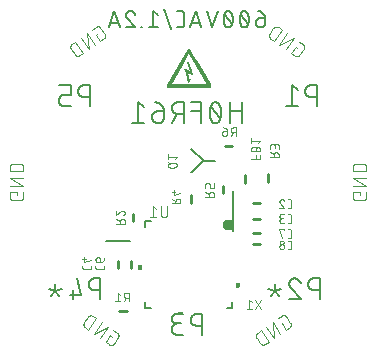
<source format=gbr>
G04 EAGLE Gerber RS-274X export*
G75*
%MOMM*%
%FSLAX34Y34*%
%LPD*%
%INSilkscreen Bottom*%
%IPPOS*%
%AMOC8*
5,1,8,0,0,1.08239X$1,22.5*%
G01*
%ADD10C,0.101600*%
%ADD11C,0.152400*%
%ADD12R,3.644900X0.012700*%
%ADD13R,3.695700X0.012700*%
%ADD14R,3.721100X0.012700*%
%ADD15R,3.746500X0.012700*%
%ADD16R,3.771900X0.012700*%
%ADD17R,3.784600X0.012700*%
%ADD18R,3.797300X0.012700*%
%ADD19R,3.733800X0.012700*%
%ADD20R,3.670300X0.012700*%
%ADD21R,3.657600X0.012700*%
%ADD22R,3.632200X0.012700*%
%ADD23R,0.279400X0.012700*%
%ADD24R,0.266700X0.012700*%
%ADD25R,0.292100X0.012700*%
%ADD26R,0.012700X0.012700*%
%ADD27R,0.038100X0.012700*%
%ADD28R,0.063500X0.012700*%
%ADD29R,0.076200X0.012700*%
%ADD30R,0.101600X0.012700*%
%ADD31R,0.114300X0.012700*%
%ADD32R,0.139700X0.012700*%
%ADD33R,0.165100X0.012700*%
%ADD34R,0.177800X0.012700*%
%ADD35R,0.190500X0.012700*%
%ADD36R,0.215900X0.012700*%
%ADD37R,0.241300X0.012700*%
%ADD38R,0.254000X0.012700*%
%ADD39R,0.228600X0.012700*%
%ADD40R,0.152400X0.012700*%
%ADD41R,0.127000X0.012700*%
%ADD42R,0.203200X0.012700*%
%ADD43R,0.317500X0.012700*%
%ADD44R,0.355600X0.012700*%
%ADD45R,0.381000X0.012700*%
%ADD46R,0.533400X0.012700*%
%ADD47R,0.546100X0.012700*%
%ADD48R,0.368300X0.012700*%
%ADD49R,0.330200X0.012700*%
%ADD50R,0.304800X0.012700*%
%ADD51R,0.050800X0.012700*%
%ADD52R,0.508000X0.012700*%
%ADD53R,0.495300X0.012700*%
%ADD54R,0.469900X0.012700*%
%ADD55R,0.457200X0.012700*%
%ADD56R,0.444500X0.012700*%
%ADD57R,0.431800X0.012700*%
%ADD58R,0.419100X0.012700*%
%ADD59R,0.406400X0.012700*%
%ADD60R,0.393700X0.012700*%
%ADD61R,0.342900X0.012700*%
%ADD62C,0.127000*%
%ADD63C,0.076200*%
%ADD64C,0.254000*%
%ADD65C,0.406400*%
%ADD66C,0.050800*%

G36*
X-38543Y74844D02*
X-38543Y74844D01*
X-38540Y74843D01*
X-38497Y74863D01*
X-38454Y74881D01*
X-38453Y74883D01*
X-38451Y74884D01*
X-38418Y74969D01*
X-38418Y78779D01*
X-38419Y78781D01*
X-38418Y78783D01*
X-38438Y78826D01*
X-38457Y78870D01*
X-38459Y78870D01*
X-38460Y78872D01*
X-38545Y78905D01*
X-41085Y78905D01*
X-41087Y78904D01*
X-41089Y78905D01*
X-41132Y78885D01*
X-41175Y78867D01*
X-41176Y78865D01*
X-41178Y78864D01*
X-41211Y78779D01*
X-41211Y74969D01*
X-41210Y74967D01*
X-41211Y74965D01*
X-41191Y74922D01*
X-41172Y74878D01*
X-41170Y74878D01*
X-41169Y74876D01*
X-41085Y74843D01*
X-38545Y74843D01*
X-38543Y74844D01*
G37*
G36*
X44262Y59841D02*
X44262Y59841D01*
X44264Y59840D01*
X44307Y59860D01*
X44350Y59878D01*
X44351Y59880D01*
X44353Y59881D01*
X44386Y59966D01*
X44386Y63776D01*
X44385Y63778D01*
X44386Y63780D01*
X44366Y63823D01*
X44347Y63867D01*
X44345Y63867D01*
X44344Y63869D01*
X44260Y63902D01*
X41720Y63902D01*
X41718Y63901D01*
X41715Y63902D01*
X41672Y63882D01*
X41629Y63864D01*
X41628Y63862D01*
X41626Y63861D01*
X41593Y63776D01*
X41593Y59966D01*
X41594Y59964D01*
X41593Y59962D01*
X41613Y59919D01*
X41632Y59875D01*
X41634Y59875D01*
X41635Y59873D01*
X41720Y59840D01*
X44260Y59840D01*
X44262Y59841D01*
G37*
G36*
X-4008Y36578D02*
X-4008Y36578D01*
X-4005Y36577D01*
X-3962Y36597D01*
X-3919Y36615D01*
X-3918Y36617D01*
X-3916Y36618D01*
X-3883Y36703D01*
X-3883Y39243D01*
X-3884Y39245D01*
X-3883Y39247D01*
X-3903Y39290D01*
X-3922Y39334D01*
X-3924Y39334D01*
X-3925Y39336D01*
X-4010Y39369D01*
X-7820Y39369D01*
X-7822Y39368D01*
X-7824Y39369D01*
X-7867Y39349D01*
X-7910Y39331D01*
X-7911Y39329D01*
X-7913Y39328D01*
X-7946Y39243D01*
X-7946Y36703D01*
X-7945Y36701D01*
X-7946Y36699D01*
X-7926Y36656D01*
X-7907Y36612D01*
X-7905Y36612D01*
X-7904Y36610D01*
X-7820Y36577D01*
X-4010Y36577D01*
X-4008Y36578D01*
G37*
D10*
X93434Y262571D02*
X91838Y263688D01*
X88115Y258371D01*
X91306Y256137D01*
X91389Y256082D01*
X91473Y256030D01*
X91560Y255981D01*
X91648Y255935D01*
X91738Y255893D01*
X91830Y255854D01*
X91923Y255819D01*
X92017Y255787D01*
X92112Y255759D01*
X92209Y255735D01*
X92306Y255714D01*
X92404Y255698D01*
X92503Y255684D01*
X92602Y255675D01*
X92701Y255670D01*
X92801Y255668D01*
X92900Y255670D01*
X92999Y255676D01*
X93098Y255686D01*
X93197Y255699D01*
X93295Y255717D01*
X93392Y255738D01*
X93488Y255762D01*
X93584Y255791D01*
X93678Y255823D01*
X93771Y255858D01*
X93862Y255897D01*
X93952Y255940D01*
X94040Y255986D01*
X94126Y256035D01*
X94211Y256088D01*
X94293Y256144D01*
X94373Y256203D01*
X94451Y256265D01*
X94526Y256330D01*
X94599Y256397D01*
X94669Y256468D01*
X94737Y256541D01*
X94801Y256617D01*
X94863Y256695D01*
X94922Y256775D01*
X94922Y256774D02*
X98645Y262091D01*
X98645Y262092D02*
X98700Y262175D01*
X98752Y262259D01*
X98801Y262346D01*
X98847Y262434D01*
X98889Y262524D01*
X98928Y262616D01*
X98963Y262709D01*
X98995Y262803D01*
X99023Y262898D01*
X99047Y262995D01*
X99068Y263092D01*
X99084Y263190D01*
X99098Y263289D01*
X99107Y263388D01*
X99112Y263487D01*
X99114Y263587D01*
X99112Y263686D01*
X99106Y263785D01*
X99096Y263884D01*
X99083Y263983D01*
X99065Y264081D01*
X99044Y264178D01*
X99020Y264274D01*
X98991Y264370D01*
X98959Y264464D01*
X98924Y264557D01*
X98885Y264648D01*
X98842Y264738D01*
X98796Y264826D01*
X98747Y264912D01*
X98694Y264997D01*
X98638Y265079D01*
X98579Y265159D01*
X98517Y265237D01*
X98452Y265312D01*
X98385Y265385D01*
X98314Y265455D01*
X98241Y265523D01*
X98165Y265587D01*
X98087Y265649D01*
X98007Y265708D01*
X94817Y267942D01*
X90147Y271211D02*
X83445Y261640D01*
X78128Y265364D02*
X90147Y271211D01*
X84830Y274935D02*
X78128Y265364D01*
X73458Y268633D02*
X80160Y278204D01*
X77501Y280066D01*
X77502Y280066D02*
X77408Y280129D01*
X77312Y280189D01*
X77214Y280246D01*
X77114Y280299D01*
X77012Y280349D01*
X76908Y280395D01*
X76803Y280437D01*
X76697Y280476D01*
X76589Y280511D01*
X76480Y280542D01*
X76370Y280570D01*
X76259Y280593D01*
X76148Y280613D01*
X76036Y280629D01*
X75923Y280641D01*
X75810Y280649D01*
X75697Y280653D01*
X75583Y280653D01*
X75470Y280649D01*
X75357Y280641D01*
X75244Y280629D01*
X75132Y280613D01*
X75021Y280593D01*
X74910Y280570D01*
X74800Y280542D01*
X74691Y280511D01*
X74583Y280476D01*
X74477Y280437D01*
X74372Y280395D01*
X74268Y280349D01*
X74166Y280299D01*
X74066Y280246D01*
X73968Y280189D01*
X73872Y280129D01*
X73778Y280066D01*
X73687Y279999D01*
X73597Y279930D01*
X73510Y279857D01*
X73426Y279781D01*
X73345Y279702D01*
X73266Y279621D01*
X73190Y279537D01*
X73117Y279450D01*
X73048Y279361D01*
X72981Y279269D01*
X70003Y275015D01*
X70002Y275016D02*
X69939Y274922D01*
X69879Y274826D01*
X69822Y274728D01*
X69769Y274628D01*
X69719Y274526D01*
X69673Y274422D01*
X69631Y274317D01*
X69592Y274211D01*
X69557Y274103D01*
X69526Y273994D01*
X69498Y273884D01*
X69475Y273773D01*
X69455Y273662D01*
X69439Y273550D01*
X69427Y273437D01*
X69419Y273324D01*
X69415Y273211D01*
X69415Y273097D01*
X69419Y272984D01*
X69427Y272871D01*
X69439Y272758D01*
X69455Y272646D01*
X69475Y272535D01*
X69498Y272424D01*
X69526Y272314D01*
X69557Y272205D01*
X69592Y272097D01*
X69631Y271991D01*
X69673Y271886D01*
X69719Y271782D01*
X69769Y271680D01*
X69822Y271580D01*
X69879Y271482D01*
X69939Y271386D01*
X70002Y271292D01*
X70069Y271200D01*
X70138Y271111D01*
X70211Y271024D01*
X70287Y270940D01*
X70366Y270859D01*
X70447Y270780D01*
X70531Y270704D01*
X70618Y270631D01*
X70708Y270562D01*
X70799Y270495D01*
X70800Y270495D02*
X73458Y268633D01*
X146699Y140279D02*
X146699Y138331D01*
X146699Y140279D02*
X140208Y140279D01*
X140208Y136384D01*
X140210Y136285D01*
X140216Y136185D01*
X140225Y136086D01*
X140238Y135988D01*
X140255Y135890D01*
X140276Y135792D01*
X140301Y135696D01*
X140329Y135601D01*
X140361Y135507D01*
X140396Y135414D01*
X140435Y135322D01*
X140478Y135232D01*
X140523Y135144D01*
X140573Y135057D01*
X140625Y134973D01*
X140681Y134890D01*
X140739Y134810D01*
X140801Y134732D01*
X140866Y134657D01*
X140934Y134584D01*
X141004Y134514D01*
X141077Y134446D01*
X141152Y134381D01*
X141230Y134319D01*
X141310Y134261D01*
X141393Y134205D01*
X141477Y134153D01*
X141564Y134103D01*
X141652Y134058D01*
X141742Y134015D01*
X141834Y133976D01*
X141927Y133941D01*
X142021Y133909D01*
X142116Y133881D01*
X142212Y133856D01*
X142310Y133835D01*
X142408Y133818D01*
X142506Y133805D01*
X142605Y133796D01*
X142705Y133790D01*
X142804Y133788D01*
X149296Y133788D01*
X149395Y133790D01*
X149495Y133796D01*
X149594Y133805D01*
X149692Y133818D01*
X149790Y133835D01*
X149888Y133856D01*
X149984Y133881D01*
X150079Y133909D01*
X150173Y133941D01*
X150266Y133976D01*
X150358Y134015D01*
X150448Y134058D01*
X150536Y134103D01*
X150623Y134153D01*
X150707Y134205D01*
X150790Y134261D01*
X150870Y134319D01*
X150948Y134381D01*
X151023Y134446D01*
X151096Y134514D01*
X151166Y134584D01*
X151234Y134657D01*
X151299Y134732D01*
X151361Y134810D01*
X151419Y134890D01*
X151475Y134973D01*
X151527Y135057D01*
X151577Y135144D01*
X151622Y135232D01*
X151665Y135322D01*
X151704Y135414D01*
X151739Y135506D01*
X151771Y135601D01*
X151799Y135696D01*
X151824Y135792D01*
X151845Y135890D01*
X151862Y135988D01*
X151875Y136086D01*
X151884Y136185D01*
X151890Y136285D01*
X151892Y136384D01*
X151892Y140279D01*
X151892Y145979D02*
X140208Y145979D01*
X140208Y152471D02*
X151892Y145979D01*
X151892Y152471D02*
X140208Y152471D01*
X140208Y158171D02*
X151892Y158171D01*
X151892Y161417D01*
X151890Y161530D01*
X151884Y161643D01*
X151874Y161756D01*
X151860Y161869D01*
X151843Y161981D01*
X151821Y162092D01*
X151796Y162202D01*
X151766Y162312D01*
X151733Y162420D01*
X151696Y162527D01*
X151656Y162633D01*
X151611Y162737D01*
X151563Y162840D01*
X151512Y162941D01*
X151457Y163040D01*
X151399Y163137D01*
X151337Y163232D01*
X151272Y163325D01*
X151204Y163415D01*
X151133Y163503D01*
X151058Y163589D01*
X150981Y163672D01*
X150901Y163752D01*
X150818Y163829D01*
X150732Y163904D01*
X150644Y163975D01*
X150554Y164043D01*
X150461Y164108D01*
X150366Y164170D01*
X150269Y164228D01*
X150170Y164283D01*
X150069Y164334D01*
X149966Y164382D01*
X149862Y164427D01*
X149756Y164467D01*
X149649Y164504D01*
X149541Y164537D01*
X149431Y164567D01*
X149321Y164592D01*
X149210Y164614D01*
X149098Y164631D01*
X148985Y164645D01*
X148872Y164655D01*
X148759Y164661D01*
X148646Y164663D01*
X143454Y164663D01*
X143341Y164661D01*
X143228Y164655D01*
X143115Y164645D01*
X143002Y164631D01*
X142890Y164614D01*
X142779Y164592D01*
X142669Y164567D01*
X142559Y164537D01*
X142451Y164504D01*
X142344Y164467D01*
X142238Y164427D01*
X142134Y164382D01*
X142031Y164334D01*
X141930Y164283D01*
X141831Y164228D01*
X141734Y164170D01*
X141639Y164108D01*
X141546Y164043D01*
X141456Y163975D01*
X141368Y163904D01*
X141282Y163829D01*
X141199Y163752D01*
X141119Y163672D01*
X141042Y163589D01*
X140967Y163503D01*
X140896Y163415D01*
X140828Y163325D01*
X140763Y163232D01*
X140701Y163137D01*
X140643Y163040D01*
X140588Y162941D01*
X140537Y162840D01*
X140489Y162737D01*
X140444Y162633D01*
X140404Y162527D01*
X140367Y162420D01*
X140334Y162312D01*
X140304Y162202D01*
X140279Y162092D01*
X140257Y161981D01*
X140240Y161869D01*
X140226Y161756D01*
X140216Y161643D01*
X140210Y161530D01*
X140208Y161417D01*
X140208Y158171D01*
X81576Y30593D02*
X79981Y29476D01*
X83704Y24158D01*
X86895Y26392D01*
X86894Y26392D02*
X86974Y26451D01*
X87052Y26513D01*
X87128Y26577D01*
X87201Y26645D01*
X87272Y26715D01*
X87339Y26788D01*
X87404Y26863D01*
X87466Y26941D01*
X87525Y27021D01*
X87581Y27103D01*
X87634Y27188D01*
X87683Y27274D01*
X87729Y27362D01*
X87772Y27452D01*
X87811Y27543D01*
X87846Y27636D01*
X87878Y27730D01*
X87907Y27826D01*
X87931Y27922D01*
X87952Y28019D01*
X87970Y28117D01*
X87983Y28216D01*
X87993Y28315D01*
X87999Y28414D01*
X88001Y28513D01*
X87999Y28613D01*
X87994Y28712D01*
X87984Y28811D01*
X87971Y28910D01*
X87955Y29008D01*
X87934Y29105D01*
X87910Y29202D01*
X87882Y29297D01*
X87850Y29391D01*
X87815Y29484D01*
X87776Y29576D01*
X87734Y29666D01*
X87688Y29754D01*
X87639Y29841D01*
X87587Y29925D01*
X87532Y30008D01*
X83809Y35326D01*
X83809Y35325D02*
X83750Y35405D01*
X83688Y35483D01*
X83624Y35559D01*
X83556Y35632D01*
X83486Y35703D01*
X83413Y35770D01*
X83338Y35835D01*
X83260Y35897D01*
X83180Y35956D01*
X83098Y36012D01*
X83013Y36065D01*
X82927Y36114D01*
X82839Y36160D01*
X82749Y36203D01*
X82658Y36242D01*
X82565Y36277D01*
X82471Y36309D01*
X82375Y36338D01*
X82279Y36362D01*
X82182Y36383D01*
X82084Y36401D01*
X81985Y36414D01*
X81886Y36424D01*
X81787Y36430D01*
X81688Y36432D01*
X81588Y36430D01*
X81489Y36425D01*
X81390Y36416D01*
X81291Y36402D01*
X81193Y36386D01*
X81096Y36365D01*
X80999Y36341D01*
X80904Y36313D01*
X80810Y36281D01*
X80717Y36246D01*
X80625Y36207D01*
X80535Y36165D01*
X80447Y36119D01*
X80360Y36070D01*
X80276Y36018D01*
X80193Y35963D01*
X77003Y33729D01*
X72333Y30459D02*
X79034Y20889D01*
X73717Y17165D02*
X72333Y30459D01*
X67016Y26736D02*
X73717Y17165D01*
X69047Y13895D02*
X62346Y23466D01*
X59687Y21605D01*
X59596Y21538D01*
X59506Y21469D01*
X59419Y21396D01*
X59335Y21320D01*
X59254Y21241D01*
X59175Y21160D01*
X59099Y21076D01*
X59026Y20989D01*
X58957Y20900D01*
X58890Y20808D01*
X58827Y20714D01*
X58767Y20618D01*
X58710Y20520D01*
X58657Y20420D01*
X58607Y20318D01*
X58561Y20214D01*
X58519Y20109D01*
X58480Y20003D01*
X58445Y19895D01*
X58414Y19786D01*
X58386Y19676D01*
X58363Y19565D01*
X58343Y19454D01*
X58327Y19342D01*
X58315Y19229D01*
X58307Y19116D01*
X58303Y19003D01*
X58303Y18889D01*
X58307Y18776D01*
X58315Y18663D01*
X58327Y18550D01*
X58343Y18438D01*
X58363Y18327D01*
X58386Y18216D01*
X58414Y18106D01*
X58445Y17997D01*
X58480Y17889D01*
X58519Y17783D01*
X58561Y17678D01*
X58607Y17574D01*
X58657Y17472D01*
X58710Y17372D01*
X58767Y17274D01*
X58827Y17178D01*
X58890Y17084D01*
X58890Y17085D02*
X61869Y12831D01*
X61868Y12830D02*
X61935Y12739D01*
X62004Y12649D01*
X62077Y12562D01*
X62153Y12478D01*
X62232Y12397D01*
X62313Y12318D01*
X62397Y12242D01*
X62484Y12169D01*
X62574Y12100D01*
X62665Y12033D01*
X62759Y11970D01*
X62855Y11910D01*
X62953Y11853D01*
X63053Y11800D01*
X63155Y11750D01*
X63259Y11704D01*
X63364Y11662D01*
X63470Y11623D01*
X63578Y11588D01*
X63687Y11557D01*
X63797Y11529D01*
X63908Y11506D01*
X64019Y11486D01*
X64131Y11470D01*
X64244Y11458D01*
X64357Y11450D01*
X64470Y11446D01*
X64584Y11446D01*
X64697Y11450D01*
X64810Y11458D01*
X64923Y11470D01*
X65035Y11486D01*
X65146Y11506D01*
X65257Y11529D01*
X65367Y11557D01*
X65476Y11588D01*
X65584Y11623D01*
X65690Y11662D01*
X65795Y11704D01*
X65899Y11750D01*
X66001Y11800D01*
X66101Y11853D01*
X66199Y11910D01*
X66295Y11970D01*
X66389Y12033D01*
X66389Y12034D02*
X69047Y13895D01*
X-63729Y18096D02*
X-65324Y19213D01*
X-69047Y13896D01*
X-65857Y11662D01*
X-65774Y11607D01*
X-65690Y11555D01*
X-65603Y11506D01*
X-65515Y11460D01*
X-65425Y11418D01*
X-65333Y11379D01*
X-65240Y11344D01*
X-65146Y11312D01*
X-65051Y11284D01*
X-64954Y11260D01*
X-64857Y11239D01*
X-64759Y11223D01*
X-64660Y11210D01*
X-64561Y11200D01*
X-64462Y11195D01*
X-64362Y11193D01*
X-64263Y11195D01*
X-64164Y11201D01*
X-64065Y11211D01*
X-63966Y11224D01*
X-63868Y11242D01*
X-63771Y11263D01*
X-63675Y11287D01*
X-63579Y11316D01*
X-63485Y11348D01*
X-63392Y11383D01*
X-63301Y11422D01*
X-63211Y11465D01*
X-63123Y11511D01*
X-63037Y11560D01*
X-62952Y11613D01*
X-62870Y11669D01*
X-62790Y11728D01*
X-62712Y11790D01*
X-62637Y11855D01*
X-62564Y11922D01*
X-62494Y11993D01*
X-62426Y12066D01*
X-62362Y12142D01*
X-62300Y12220D01*
X-62241Y12300D01*
X-62241Y12299D02*
X-58518Y17616D01*
X-58518Y17617D02*
X-58463Y17700D01*
X-58411Y17784D01*
X-58362Y17871D01*
X-58316Y17959D01*
X-58274Y18049D01*
X-58235Y18141D01*
X-58200Y18234D01*
X-58168Y18328D01*
X-58140Y18423D01*
X-58116Y18520D01*
X-58095Y18617D01*
X-58079Y18715D01*
X-58066Y18814D01*
X-58056Y18913D01*
X-58051Y19012D01*
X-58049Y19112D01*
X-58051Y19211D01*
X-58057Y19310D01*
X-58067Y19409D01*
X-58080Y19508D01*
X-58098Y19606D01*
X-58119Y19703D01*
X-58143Y19799D01*
X-58172Y19895D01*
X-58204Y19989D01*
X-58239Y20082D01*
X-58278Y20173D01*
X-58321Y20263D01*
X-58367Y20351D01*
X-58416Y20437D01*
X-58469Y20522D01*
X-58525Y20604D01*
X-58584Y20684D01*
X-58646Y20762D01*
X-58711Y20837D01*
X-58778Y20910D01*
X-58849Y20980D01*
X-58922Y21048D01*
X-58998Y21112D01*
X-59076Y21174D01*
X-59156Y21233D01*
X-59155Y21233D02*
X-62346Y23467D01*
X-67016Y26736D02*
X-73717Y17165D01*
X-79035Y20889D02*
X-67016Y26736D01*
X-72333Y30460D02*
X-79035Y20889D01*
X-83704Y24158D02*
X-77003Y33729D01*
X-79661Y35591D01*
X-79755Y35654D01*
X-79851Y35714D01*
X-79949Y35771D01*
X-80049Y35824D01*
X-80151Y35874D01*
X-80255Y35920D01*
X-80360Y35962D01*
X-80466Y36001D01*
X-80574Y36036D01*
X-80683Y36067D01*
X-80793Y36095D01*
X-80904Y36118D01*
X-81015Y36138D01*
X-81127Y36154D01*
X-81240Y36166D01*
X-81353Y36174D01*
X-81466Y36178D01*
X-81580Y36178D01*
X-81693Y36174D01*
X-81806Y36166D01*
X-81919Y36154D01*
X-82031Y36138D01*
X-82142Y36118D01*
X-82253Y36095D01*
X-82363Y36067D01*
X-82472Y36036D01*
X-82580Y36001D01*
X-82686Y35962D01*
X-82791Y35920D01*
X-82895Y35874D01*
X-82997Y35824D01*
X-83097Y35771D01*
X-83195Y35714D01*
X-83291Y35654D01*
X-83385Y35591D01*
X-83476Y35524D01*
X-83566Y35455D01*
X-83653Y35382D01*
X-83737Y35306D01*
X-83818Y35227D01*
X-83897Y35146D01*
X-83973Y35062D01*
X-84046Y34975D01*
X-84115Y34886D01*
X-84182Y34794D01*
X-87160Y30540D01*
X-87161Y30541D02*
X-87224Y30447D01*
X-87284Y30351D01*
X-87341Y30253D01*
X-87394Y30153D01*
X-87444Y30051D01*
X-87490Y29947D01*
X-87532Y29842D01*
X-87571Y29736D01*
X-87606Y29628D01*
X-87637Y29519D01*
X-87665Y29409D01*
X-87688Y29298D01*
X-87708Y29187D01*
X-87724Y29075D01*
X-87736Y28962D01*
X-87744Y28849D01*
X-87748Y28736D01*
X-87748Y28622D01*
X-87744Y28509D01*
X-87736Y28396D01*
X-87724Y28283D01*
X-87708Y28171D01*
X-87688Y28060D01*
X-87665Y27949D01*
X-87637Y27839D01*
X-87606Y27730D01*
X-87571Y27622D01*
X-87532Y27516D01*
X-87490Y27411D01*
X-87444Y27307D01*
X-87394Y27205D01*
X-87341Y27105D01*
X-87284Y27007D01*
X-87224Y26911D01*
X-87161Y26817D01*
X-87094Y26725D01*
X-87025Y26636D01*
X-86952Y26549D01*
X-86876Y26465D01*
X-86797Y26384D01*
X-86716Y26305D01*
X-86632Y26229D01*
X-86545Y26156D01*
X-86455Y26087D01*
X-86364Y26020D01*
X-86363Y26020D02*
X-83704Y24158D01*
X-143813Y138331D02*
X-143813Y140279D01*
X-150305Y140279D01*
X-150305Y136384D01*
X-150304Y136384D02*
X-150302Y136285D01*
X-150296Y136185D01*
X-150287Y136086D01*
X-150274Y135988D01*
X-150257Y135890D01*
X-150236Y135792D01*
X-150211Y135696D01*
X-150183Y135601D01*
X-150151Y135507D01*
X-150116Y135414D01*
X-150077Y135322D01*
X-150034Y135232D01*
X-149989Y135144D01*
X-149939Y135057D01*
X-149887Y134973D01*
X-149831Y134890D01*
X-149773Y134810D01*
X-149711Y134732D01*
X-149646Y134657D01*
X-149578Y134584D01*
X-149508Y134514D01*
X-149435Y134446D01*
X-149360Y134381D01*
X-149282Y134319D01*
X-149202Y134261D01*
X-149119Y134205D01*
X-149035Y134153D01*
X-148948Y134103D01*
X-148860Y134058D01*
X-148770Y134015D01*
X-148678Y133976D01*
X-148585Y133941D01*
X-148491Y133909D01*
X-148396Y133881D01*
X-148300Y133856D01*
X-148202Y133835D01*
X-148104Y133818D01*
X-148006Y133805D01*
X-147907Y133796D01*
X-147807Y133790D01*
X-147708Y133788D01*
X-141217Y133788D01*
X-141217Y133787D02*
X-141118Y133789D01*
X-141018Y133795D01*
X-140919Y133804D01*
X-140821Y133817D01*
X-140723Y133835D01*
X-140625Y133855D01*
X-140529Y133880D01*
X-140433Y133908D01*
X-140339Y133940D01*
X-140246Y133975D01*
X-140155Y134014D01*
X-140065Y134057D01*
X-139976Y134102D01*
X-139890Y134152D01*
X-139805Y134204D01*
X-139723Y134260D01*
X-139643Y134319D01*
X-139565Y134380D01*
X-139489Y134445D01*
X-139416Y134513D01*
X-139346Y134583D01*
X-139278Y134656D01*
X-139213Y134732D01*
X-139152Y134810D01*
X-139093Y134890D01*
X-139037Y134972D01*
X-138985Y135057D01*
X-138936Y135143D01*
X-138890Y135232D01*
X-138847Y135322D01*
X-138808Y135413D01*
X-138773Y135506D01*
X-138741Y135600D01*
X-138713Y135696D01*
X-138688Y135792D01*
X-138668Y135890D01*
X-138650Y135988D01*
X-138637Y136086D01*
X-138628Y136185D01*
X-138622Y136284D01*
X-138620Y136384D01*
X-138621Y136384D02*
X-138621Y140279D01*
X-138621Y145979D02*
X-150305Y145979D01*
X-150305Y152471D02*
X-138621Y145979D01*
X-138621Y152471D02*
X-150305Y152471D01*
X-150305Y158171D02*
X-138621Y158171D01*
X-138621Y161417D01*
X-138620Y161417D02*
X-138622Y161530D01*
X-138628Y161643D01*
X-138638Y161756D01*
X-138652Y161869D01*
X-138669Y161981D01*
X-138691Y162092D01*
X-138716Y162202D01*
X-138746Y162312D01*
X-138779Y162420D01*
X-138816Y162527D01*
X-138856Y162633D01*
X-138901Y162737D01*
X-138949Y162840D01*
X-139000Y162941D01*
X-139055Y163040D01*
X-139113Y163137D01*
X-139175Y163232D01*
X-139240Y163325D01*
X-139308Y163415D01*
X-139379Y163503D01*
X-139454Y163589D01*
X-139531Y163672D01*
X-139611Y163752D01*
X-139694Y163829D01*
X-139780Y163904D01*
X-139868Y163975D01*
X-139958Y164043D01*
X-140051Y164108D01*
X-140146Y164170D01*
X-140243Y164228D01*
X-140342Y164283D01*
X-140443Y164334D01*
X-140546Y164382D01*
X-140650Y164427D01*
X-140756Y164467D01*
X-140863Y164504D01*
X-140971Y164537D01*
X-141081Y164567D01*
X-141191Y164592D01*
X-141302Y164614D01*
X-141414Y164631D01*
X-141527Y164645D01*
X-141640Y164655D01*
X-141753Y164661D01*
X-141866Y164663D01*
X-147059Y164663D01*
X-147172Y164661D01*
X-147285Y164655D01*
X-147398Y164645D01*
X-147511Y164631D01*
X-147623Y164614D01*
X-147734Y164592D01*
X-147844Y164567D01*
X-147954Y164537D01*
X-148062Y164504D01*
X-148169Y164467D01*
X-148275Y164427D01*
X-148379Y164382D01*
X-148482Y164334D01*
X-148583Y164283D01*
X-148682Y164228D01*
X-148779Y164170D01*
X-148874Y164108D01*
X-148967Y164043D01*
X-149057Y163975D01*
X-149145Y163904D01*
X-149231Y163829D01*
X-149314Y163752D01*
X-149394Y163672D01*
X-149471Y163589D01*
X-149546Y163503D01*
X-149617Y163415D01*
X-149685Y163325D01*
X-149750Y163232D01*
X-149812Y163137D01*
X-149870Y163040D01*
X-149925Y162941D01*
X-149976Y162840D01*
X-150024Y162737D01*
X-150069Y162633D01*
X-150109Y162527D01*
X-150146Y162420D01*
X-150179Y162312D01*
X-150209Y162202D01*
X-150234Y162092D01*
X-150256Y161981D01*
X-150273Y161869D01*
X-150287Y161756D01*
X-150297Y161643D01*
X-150303Y161530D01*
X-150305Y161417D01*
X-150305Y158171D01*
X-77181Y273951D02*
X-75586Y275068D01*
X-77181Y273951D02*
X-73458Y268633D01*
X-70268Y270867D01*
X-70188Y270926D01*
X-70110Y270988D01*
X-70034Y271052D01*
X-69961Y271120D01*
X-69890Y271190D01*
X-69823Y271263D01*
X-69758Y271338D01*
X-69696Y271416D01*
X-69637Y271496D01*
X-69581Y271578D01*
X-69528Y271663D01*
X-69479Y271749D01*
X-69433Y271837D01*
X-69390Y271927D01*
X-69351Y272018D01*
X-69316Y272111D01*
X-69284Y272205D01*
X-69255Y272301D01*
X-69231Y272397D01*
X-69210Y272494D01*
X-69192Y272592D01*
X-69179Y272691D01*
X-69169Y272790D01*
X-69163Y272889D01*
X-69161Y272988D01*
X-69163Y273088D01*
X-69168Y273187D01*
X-69178Y273286D01*
X-69191Y273385D01*
X-69207Y273483D01*
X-69228Y273580D01*
X-69252Y273677D01*
X-69280Y273772D01*
X-69312Y273866D01*
X-69347Y273959D01*
X-69386Y274051D01*
X-69428Y274141D01*
X-69474Y274229D01*
X-69523Y274316D01*
X-69575Y274400D01*
X-69630Y274483D01*
X-73354Y279801D01*
X-73353Y279800D02*
X-73412Y279880D01*
X-73474Y279958D01*
X-73538Y280034D01*
X-73606Y280107D01*
X-73676Y280178D01*
X-73749Y280245D01*
X-73824Y280310D01*
X-73902Y280372D01*
X-73982Y280431D01*
X-74064Y280487D01*
X-74149Y280540D01*
X-74235Y280589D01*
X-74323Y280635D01*
X-74413Y280678D01*
X-74504Y280717D01*
X-74597Y280752D01*
X-74691Y280784D01*
X-74787Y280813D01*
X-74883Y280837D01*
X-74980Y280858D01*
X-75078Y280876D01*
X-75177Y280889D01*
X-75276Y280899D01*
X-75375Y280905D01*
X-75474Y280907D01*
X-75574Y280905D01*
X-75673Y280900D01*
X-75772Y280890D01*
X-75871Y280877D01*
X-75969Y280861D01*
X-76066Y280840D01*
X-76163Y280816D01*
X-76258Y280788D01*
X-76352Y280756D01*
X-76445Y280721D01*
X-76537Y280682D01*
X-76627Y280640D01*
X-76715Y280594D01*
X-76802Y280545D01*
X-76886Y280493D01*
X-76969Y280438D01*
X-76970Y280438D02*
X-80160Y278204D01*
X-84830Y274934D02*
X-78128Y265364D01*
X-83445Y261640D02*
X-84830Y274934D01*
X-90147Y271211D02*
X-83445Y261640D01*
X-88115Y258370D02*
X-94817Y267941D01*
X-97476Y266080D01*
X-97567Y266013D01*
X-97657Y265944D01*
X-97744Y265871D01*
X-97828Y265795D01*
X-97909Y265716D01*
X-97988Y265635D01*
X-98064Y265551D01*
X-98137Y265464D01*
X-98206Y265374D01*
X-98273Y265283D01*
X-98336Y265189D01*
X-98396Y265093D01*
X-98453Y264995D01*
X-98506Y264895D01*
X-98556Y264793D01*
X-98602Y264689D01*
X-98644Y264584D01*
X-98683Y264478D01*
X-98718Y264370D01*
X-98749Y264261D01*
X-98777Y264151D01*
X-98800Y264040D01*
X-98820Y263929D01*
X-98836Y263817D01*
X-98848Y263704D01*
X-98856Y263591D01*
X-98860Y263478D01*
X-98860Y263364D01*
X-98856Y263251D01*
X-98848Y263138D01*
X-98836Y263025D01*
X-98820Y262913D01*
X-98800Y262802D01*
X-98777Y262691D01*
X-98749Y262581D01*
X-98718Y262472D01*
X-98683Y262364D01*
X-98644Y262258D01*
X-98602Y262153D01*
X-98556Y262049D01*
X-98506Y261947D01*
X-98453Y261847D01*
X-98396Y261749D01*
X-98336Y261653D01*
X-98273Y261559D01*
X-98273Y261560D02*
X-95294Y257306D01*
X-95295Y257305D02*
X-95228Y257214D01*
X-95159Y257124D01*
X-95086Y257037D01*
X-95010Y256953D01*
X-94931Y256872D01*
X-94850Y256793D01*
X-94766Y256717D01*
X-94679Y256644D01*
X-94589Y256575D01*
X-94498Y256508D01*
X-94404Y256445D01*
X-94308Y256385D01*
X-94210Y256328D01*
X-94110Y256275D01*
X-94008Y256225D01*
X-93904Y256179D01*
X-93799Y256137D01*
X-93693Y256098D01*
X-93585Y256063D01*
X-93476Y256032D01*
X-93366Y256004D01*
X-93255Y255981D01*
X-93144Y255961D01*
X-93032Y255945D01*
X-92919Y255933D01*
X-92806Y255925D01*
X-92693Y255921D01*
X-92579Y255921D01*
X-92466Y255925D01*
X-92353Y255933D01*
X-92240Y255945D01*
X-92128Y255961D01*
X-92017Y255981D01*
X-91906Y256004D01*
X-91796Y256032D01*
X-91687Y256063D01*
X-91579Y256098D01*
X-91473Y256137D01*
X-91368Y256179D01*
X-91264Y256225D01*
X-91162Y256275D01*
X-91062Y256328D01*
X-90964Y256385D01*
X-90868Y256445D01*
X-90774Y256508D01*
X-90774Y256509D02*
X-88115Y258370D01*
D11*
X109774Y231140D02*
X109774Y213360D01*
X109774Y231140D02*
X104835Y231140D01*
X104695Y231138D01*
X104556Y231132D01*
X104416Y231122D01*
X104277Y231108D01*
X104138Y231091D01*
X104000Y231069D01*
X103863Y231043D01*
X103726Y231014D01*
X103590Y230981D01*
X103456Y230944D01*
X103322Y230903D01*
X103190Y230858D01*
X103058Y230809D01*
X102929Y230757D01*
X102801Y230702D01*
X102674Y230642D01*
X102549Y230579D01*
X102426Y230513D01*
X102305Y230443D01*
X102186Y230370D01*
X102069Y230293D01*
X101955Y230213D01*
X101842Y230130D01*
X101732Y230044D01*
X101625Y229954D01*
X101520Y229862D01*
X101418Y229767D01*
X101318Y229669D01*
X101221Y229568D01*
X101127Y229464D01*
X101037Y229358D01*
X100949Y229249D01*
X100864Y229138D01*
X100783Y229024D01*
X100704Y228909D01*
X100629Y228791D01*
X100558Y228671D01*
X100490Y228548D01*
X100425Y228425D01*
X100364Y228299D01*
X100306Y228171D01*
X100252Y228043D01*
X100202Y227912D01*
X100155Y227780D01*
X100112Y227647D01*
X100073Y227513D01*
X100038Y227378D01*
X100007Y227242D01*
X99979Y227104D01*
X99956Y226967D01*
X99936Y226828D01*
X99920Y226689D01*
X99908Y226550D01*
X99900Y226411D01*
X99896Y226271D01*
X99896Y226131D01*
X99900Y225991D01*
X99908Y225852D01*
X99920Y225713D01*
X99936Y225574D01*
X99956Y225435D01*
X99979Y225298D01*
X100007Y225160D01*
X100038Y225024D01*
X100073Y224889D01*
X100112Y224755D01*
X100155Y224622D01*
X100202Y224490D01*
X100252Y224359D01*
X100306Y224231D01*
X100364Y224103D01*
X100425Y223977D01*
X100490Y223854D01*
X100558Y223731D01*
X100629Y223611D01*
X100704Y223493D01*
X100783Y223378D01*
X100864Y223264D01*
X100949Y223153D01*
X101037Y223044D01*
X101127Y222938D01*
X101221Y222834D01*
X101318Y222733D01*
X101418Y222635D01*
X101520Y222540D01*
X101625Y222448D01*
X101732Y222358D01*
X101842Y222272D01*
X101955Y222189D01*
X102069Y222109D01*
X102186Y222032D01*
X102305Y221959D01*
X102426Y221889D01*
X102549Y221823D01*
X102674Y221760D01*
X102801Y221700D01*
X102929Y221645D01*
X103058Y221593D01*
X103190Y221544D01*
X103322Y221499D01*
X103456Y221458D01*
X103590Y221421D01*
X103726Y221388D01*
X103863Y221359D01*
X104000Y221333D01*
X104138Y221311D01*
X104277Y221294D01*
X104416Y221280D01*
X104556Y221270D01*
X104695Y221264D01*
X104835Y221262D01*
X109774Y221262D01*
X93779Y227189D02*
X88840Y231140D01*
X88840Y213360D01*
X93779Y213360D02*
X83901Y213360D01*
X112325Y67628D02*
X112325Y49848D01*
X112325Y67628D02*
X107386Y67628D01*
X107246Y67626D01*
X107107Y67620D01*
X106967Y67610D01*
X106828Y67596D01*
X106689Y67579D01*
X106551Y67557D01*
X106414Y67531D01*
X106277Y67502D01*
X106141Y67469D01*
X106007Y67432D01*
X105873Y67391D01*
X105741Y67346D01*
X105609Y67297D01*
X105480Y67245D01*
X105352Y67190D01*
X105225Y67130D01*
X105100Y67067D01*
X104977Y67001D01*
X104856Y66931D01*
X104737Y66858D01*
X104620Y66781D01*
X104506Y66701D01*
X104393Y66618D01*
X104283Y66532D01*
X104176Y66442D01*
X104071Y66350D01*
X103969Y66255D01*
X103869Y66157D01*
X103772Y66056D01*
X103678Y65952D01*
X103588Y65846D01*
X103500Y65737D01*
X103415Y65626D01*
X103334Y65512D01*
X103255Y65397D01*
X103180Y65279D01*
X103109Y65158D01*
X103041Y65036D01*
X102976Y64913D01*
X102915Y64787D01*
X102857Y64659D01*
X102803Y64531D01*
X102753Y64400D01*
X102706Y64268D01*
X102663Y64135D01*
X102624Y64001D01*
X102589Y63866D01*
X102558Y63730D01*
X102530Y63592D01*
X102507Y63455D01*
X102487Y63316D01*
X102471Y63177D01*
X102459Y63038D01*
X102451Y62899D01*
X102447Y62759D01*
X102447Y62619D01*
X102451Y62479D01*
X102459Y62340D01*
X102471Y62201D01*
X102487Y62062D01*
X102507Y61923D01*
X102530Y61786D01*
X102558Y61648D01*
X102589Y61512D01*
X102624Y61377D01*
X102663Y61243D01*
X102706Y61110D01*
X102753Y60978D01*
X102803Y60847D01*
X102857Y60719D01*
X102915Y60591D01*
X102976Y60465D01*
X103041Y60342D01*
X103109Y60219D01*
X103180Y60099D01*
X103255Y59981D01*
X103334Y59866D01*
X103415Y59752D01*
X103500Y59641D01*
X103588Y59532D01*
X103678Y59426D01*
X103772Y59322D01*
X103869Y59221D01*
X103969Y59123D01*
X104071Y59028D01*
X104176Y58936D01*
X104283Y58846D01*
X104393Y58760D01*
X104506Y58677D01*
X104620Y58597D01*
X104737Y58520D01*
X104856Y58447D01*
X104977Y58377D01*
X105100Y58311D01*
X105225Y58248D01*
X105352Y58188D01*
X105480Y58133D01*
X105609Y58081D01*
X105741Y58032D01*
X105873Y57987D01*
X106007Y57946D01*
X106141Y57909D01*
X106277Y57876D01*
X106414Y57847D01*
X106551Y57821D01*
X106689Y57799D01*
X106828Y57782D01*
X106967Y57768D01*
X107107Y57758D01*
X107246Y57752D01*
X107386Y57750D01*
X112325Y57750D01*
X90897Y67628D02*
X90765Y67626D01*
X90634Y67620D01*
X90502Y67610D01*
X90371Y67597D01*
X90241Y67579D01*
X90111Y67558D01*
X89981Y67533D01*
X89853Y67504D01*
X89725Y67471D01*
X89599Y67434D01*
X89473Y67394D01*
X89349Y67350D01*
X89226Y67302D01*
X89105Y67251D01*
X88985Y67196D01*
X88867Y67138D01*
X88751Y67076D01*
X88637Y67010D01*
X88524Y66942D01*
X88414Y66870D01*
X88306Y66795D01*
X88200Y66716D01*
X88096Y66635D01*
X87995Y66550D01*
X87897Y66463D01*
X87801Y66372D01*
X87708Y66279D01*
X87617Y66183D01*
X87530Y66085D01*
X87445Y65984D01*
X87364Y65880D01*
X87285Y65774D01*
X87210Y65666D01*
X87138Y65556D01*
X87070Y65443D01*
X87004Y65329D01*
X86942Y65213D01*
X86884Y65095D01*
X86829Y64975D01*
X86778Y64854D01*
X86730Y64731D01*
X86686Y64607D01*
X86646Y64481D01*
X86609Y64355D01*
X86576Y64227D01*
X86547Y64099D01*
X86522Y63969D01*
X86501Y63839D01*
X86483Y63709D01*
X86470Y63578D01*
X86460Y63446D01*
X86454Y63315D01*
X86452Y63183D01*
X90897Y67628D02*
X91047Y67626D01*
X91196Y67620D01*
X91345Y67610D01*
X91494Y67597D01*
X91643Y67579D01*
X91791Y67558D01*
X91939Y67532D01*
X92085Y67503D01*
X92231Y67470D01*
X92376Y67433D01*
X92520Y67392D01*
X92663Y67348D01*
X92805Y67300D01*
X92945Y67248D01*
X93084Y67193D01*
X93222Y67134D01*
X93357Y67071D01*
X93492Y67005D01*
X93624Y66935D01*
X93754Y66862D01*
X93883Y66785D01*
X94010Y66705D01*
X94134Y66622D01*
X94256Y66536D01*
X94376Y66446D01*
X94493Y66353D01*
X94608Y66258D01*
X94721Y66159D01*
X94831Y66057D01*
X94938Y65953D01*
X95042Y65846D01*
X95144Y65736D01*
X95242Y65623D01*
X95338Y65508D01*
X95430Y65390D01*
X95520Y65270D01*
X95606Y65148D01*
X95689Y65024D01*
X95769Y64897D01*
X95845Y64769D01*
X95918Y64638D01*
X95988Y64505D01*
X96054Y64371D01*
X96116Y64235D01*
X96175Y64098D01*
X96231Y63959D01*
X96282Y63818D01*
X96330Y63677D01*
X87935Y59726D02*
X87839Y59819D01*
X87747Y59915D01*
X87657Y60014D01*
X87570Y60115D01*
X87486Y60218D01*
X87404Y60323D01*
X87326Y60431D01*
X87251Y60541D01*
X87178Y60653D01*
X87109Y60767D01*
X87043Y60883D01*
X86981Y61001D01*
X86922Y61120D01*
X86866Y61241D01*
X86813Y61364D01*
X86764Y61488D01*
X86719Y61613D01*
X86676Y61740D01*
X86638Y61867D01*
X86603Y61996D01*
X86572Y62125D01*
X86544Y62256D01*
X86520Y62387D01*
X86499Y62519D01*
X86483Y62651D01*
X86470Y62784D01*
X86460Y62917D01*
X86455Y63050D01*
X86453Y63183D01*
X87934Y59725D02*
X96330Y49848D01*
X86452Y49848D01*
X74083Y56762D02*
X74083Y62689D01*
X74083Y56762D02*
X70625Y52317D01*
X74083Y56762D02*
X77540Y52317D01*
X74083Y56762D02*
X68650Y58738D01*
X74083Y56762D02*
X79515Y58738D01*
X12936Y37465D02*
X12936Y19685D01*
X12936Y37465D02*
X7998Y37465D01*
X7858Y37463D01*
X7719Y37457D01*
X7579Y37447D01*
X7440Y37433D01*
X7301Y37416D01*
X7163Y37394D01*
X7026Y37368D01*
X6889Y37339D01*
X6753Y37306D01*
X6619Y37269D01*
X6485Y37228D01*
X6353Y37183D01*
X6221Y37134D01*
X6092Y37082D01*
X5964Y37027D01*
X5837Y36967D01*
X5712Y36904D01*
X5589Y36838D01*
X5468Y36768D01*
X5349Y36695D01*
X5232Y36618D01*
X5118Y36538D01*
X5005Y36455D01*
X4895Y36369D01*
X4788Y36279D01*
X4683Y36187D01*
X4581Y36092D01*
X4481Y35994D01*
X4384Y35893D01*
X4290Y35789D01*
X4200Y35683D01*
X4112Y35574D01*
X4027Y35463D01*
X3946Y35349D01*
X3867Y35234D01*
X3792Y35116D01*
X3721Y34995D01*
X3653Y34873D01*
X3588Y34750D01*
X3527Y34624D01*
X3469Y34496D01*
X3415Y34368D01*
X3365Y34237D01*
X3318Y34105D01*
X3275Y33972D01*
X3236Y33838D01*
X3201Y33703D01*
X3170Y33567D01*
X3142Y33429D01*
X3119Y33292D01*
X3099Y33153D01*
X3083Y33014D01*
X3071Y32875D01*
X3063Y32736D01*
X3059Y32596D01*
X3059Y32456D01*
X3063Y32316D01*
X3071Y32177D01*
X3083Y32038D01*
X3099Y31899D01*
X3119Y31760D01*
X3142Y31623D01*
X3170Y31485D01*
X3201Y31349D01*
X3236Y31214D01*
X3275Y31080D01*
X3318Y30947D01*
X3365Y30815D01*
X3415Y30684D01*
X3469Y30556D01*
X3527Y30428D01*
X3588Y30302D01*
X3653Y30179D01*
X3721Y30056D01*
X3792Y29936D01*
X3867Y29818D01*
X3946Y29703D01*
X4027Y29589D01*
X4112Y29478D01*
X4200Y29369D01*
X4290Y29263D01*
X4384Y29159D01*
X4481Y29058D01*
X4581Y28960D01*
X4683Y28865D01*
X4788Y28773D01*
X4895Y28683D01*
X5005Y28597D01*
X5118Y28514D01*
X5232Y28434D01*
X5349Y28357D01*
X5468Y28284D01*
X5589Y28214D01*
X5712Y28148D01*
X5837Y28085D01*
X5964Y28025D01*
X6092Y27970D01*
X6221Y27918D01*
X6353Y27869D01*
X6485Y27824D01*
X6619Y27783D01*
X6753Y27746D01*
X6889Y27713D01*
X7026Y27684D01*
X7163Y27658D01*
X7301Y27636D01*
X7440Y27619D01*
X7579Y27605D01*
X7719Y27595D01*
X7858Y27589D01*
X7998Y27587D01*
X12936Y27587D01*
X-3059Y19685D02*
X-7998Y19685D01*
X-8138Y19687D01*
X-8277Y19693D01*
X-8417Y19703D01*
X-8556Y19717D01*
X-8695Y19734D01*
X-8833Y19756D01*
X-8970Y19782D01*
X-9107Y19811D01*
X-9243Y19844D01*
X-9377Y19881D01*
X-9511Y19922D01*
X-9643Y19967D01*
X-9775Y20016D01*
X-9904Y20068D01*
X-10032Y20123D01*
X-10159Y20183D01*
X-10284Y20246D01*
X-10407Y20312D01*
X-10528Y20382D01*
X-10647Y20455D01*
X-10764Y20532D01*
X-10878Y20612D01*
X-10991Y20695D01*
X-11101Y20781D01*
X-11208Y20871D01*
X-11313Y20963D01*
X-11415Y21058D01*
X-11515Y21156D01*
X-11612Y21257D01*
X-11706Y21361D01*
X-11796Y21467D01*
X-11884Y21576D01*
X-11969Y21687D01*
X-12050Y21801D01*
X-12129Y21916D01*
X-12204Y22034D01*
X-12275Y22154D01*
X-12343Y22277D01*
X-12408Y22400D01*
X-12469Y22526D01*
X-12527Y22654D01*
X-12581Y22782D01*
X-12631Y22913D01*
X-12678Y23045D01*
X-12721Y23178D01*
X-12760Y23312D01*
X-12795Y23447D01*
X-12826Y23583D01*
X-12854Y23721D01*
X-12877Y23858D01*
X-12897Y23997D01*
X-12913Y24136D01*
X-12925Y24275D01*
X-12933Y24414D01*
X-12937Y24554D01*
X-12937Y24694D01*
X-12933Y24834D01*
X-12925Y24973D01*
X-12913Y25112D01*
X-12897Y25251D01*
X-12877Y25390D01*
X-12854Y25527D01*
X-12826Y25665D01*
X-12795Y25801D01*
X-12760Y25936D01*
X-12721Y26070D01*
X-12678Y26203D01*
X-12631Y26335D01*
X-12581Y26466D01*
X-12527Y26594D01*
X-12469Y26722D01*
X-12408Y26848D01*
X-12343Y26971D01*
X-12275Y27093D01*
X-12204Y27214D01*
X-12129Y27332D01*
X-12050Y27447D01*
X-11969Y27561D01*
X-11884Y27672D01*
X-11796Y27781D01*
X-11706Y27887D01*
X-11612Y27991D01*
X-11515Y28092D01*
X-11415Y28190D01*
X-11313Y28285D01*
X-11208Y28377D01*
X-11101Y28467D01*
X-10991Y28553D01*
X-10878Y28636D01*
X-10764Y28716D01*
X-10647Y28793D01*
X-10528Y28866D01*
X-10407Y28936D01*
X-10284Y29002D01*
X-10159Y29065D01*
X-10032Y29125D01*
X-9904Y29180D01*
X-9775Y29232D01*
X-9643Y29281D01*
X-9511Y29326D01*
X-9377Y29367D01*
X-9243Y29404D01*
X-9107Y29437D01*
X-8970Y29466D01*
X-8833Y29492D01*
X-8695Y29514D01*
X-8556Y29531D01*
X-8417Y29545D01*
X-8277Y29555D01*
X-8138Y29561D01*
X-7998Y29563D01*
X-8985Y37465D02*
X-3059Y37465D01*
X-8985Y37465D02*
X-9109Y37463D01*
X-9233Y37457D01*
X-9357Y37447D01*
X-9480Y37434D01*
X-9603Y37416D01*
X-9725Y37395D01*
X-9847Y37370D01*
X-9968Y37341D01*
X-10087Y37308D01*
X-10206Y37272D01*
X-10323Y37231D01*
X-10439Y37188D01*
X-10554Y37140D01*
X-10667Y37089D01*
X-10779Y37034D01*
X-10888Y36976D01*
X-10996Y36915D01*
X-11102Y36850D01*
X-11206Y36782D01*
X-11307Y36710D01*
X-11407Y36636D01*
X-11503Y36558D01*
X-11598Y36478D01*
X-11690Y36394D01*
X-11779Y36308D01*
X-11865Y36219D01*
X-11949Y36127D01*
X-12029Y36032D01*
X-12107Y35936D01*
X-12181Y35836D01*
X-12253Y35735D01*
X-12321Y35631D01*
X-12386Y35525D01*
X-12447Y35417D01*
X-12505Y35308D01*
X-12560Y35196D01*
X-12611Y35083D01*
X-12659Y34968D01*
X-12702Y34852D01*
X-12743Y34735D01*
X-12779Y34616D01*
X-12812Y34497D01*
X-12841Y34376D01*
X-12866Y34254D01*
X-12887Y34132D01*
X-12905Y34009D01*
X-12918Y33886D01*
X-12928Y33762D01*
X-12934Y33638D01*
X-12936Y33514D01*
X-12934Y33390D01*
X-12928Y33266D01*
X-12918Y33142D01*
X-12905Y33019D01*
X-12887Y32896D01*
X-12866Y32774D01*
X-12841Y32652D01*
X-12812Y32531D01*
X-12779Y32412D01*
X-12743Y32293D01*
X-12702Y32176D01*
X-12659Y32060D01*
X-12611Y31945D01*
X-12560Y31832D01*
X-12505Y31720D01*
X-12447Y31611D01*
X-12386Y31503D01*
X-12321Y31397D01*
X-12253Y31293D01*
X-12181Y31192D01*
X-12107Y31092D01*
X-12029Y30996D01*
X-11949Y30901D01*
X-11865Y30809D01*
X-11779Y30720D01*
X-11690Y30634D01*
X-11598Y30550D01*
X-11503Y30470D01*
X-11407Y30392D01*
X-11307Y30318D01*
X-11206Y30246D01*
X-11102Y30178D01*
X-10996Y30113D01*
X-10888Y30052D01*
X-10779Y29994D01*
X-10667Y29939D01*
X-10554Y29888D01*
X-10439Y29840D01*
X-10323Y29797D01*
X-10206Y29756D01*
X-10087Y29720D01*
X-9968Y29687D01*
X-9847Y29658D01*
X-9725Y29633D01*
X-9603Y29612D01*
X-9480Y29594D01*
X-9357Y29581D01*
X-9233Y29571D01*
X-9109Y29565D01*
X-8985Y29563D01*
X-5034Y29563D01*
X-73412Y49848D02*
X-73412Y67628D01*
X-78351Y67628D01*
X-78491Y67626D01*
X-78630Y67620D01*
X-78770Y67610D01*
X-78909Y67596D01*
X-79048Y67579D01*
X-79186Y67557D01*
X-79323Y67531D01*
X-79460Y67502D01*
X-79596Y67469D01*
X-79730Y67432D01*
X-79864Y67391D01*
X-79996Y67346D01*
X-80128Y67297D01*
X-80257Y67245D01*
X-80385Y67190D01*
X-80512Y67130D01*
X-80637Y67067D01*
X-80760Y67001D01*
X-80881Y66931D01*
X-81000Y66858D01*
X-81117Y66781D01*
X-81231Y66701D01*
X-81344Y66618D01*
X-81454Y66532D01*
X-81561Y66442D01*
X-81666Y66350D01*
X-81768Y66255D01*
X-81868Y66157D01*
X-81965Y66056D01*
X-82059Y65952D01*
X-82149Y65846D01*
X-82237Y65737D01*
X-82322Y65626D01*
X-82403Y65512D01*
X-82482Y65397D01*
X-82557Y65279D01*
X-82628Y65158D01*
X-82696Y65036D01*
X-82761Y64913D01*
X-82822Y64787D01*
X-82880Y64659D01*
X-82934Y64531D01*
X-82984Y64400D01*
X-83031Y64268D01*
X-83074Y64135D01*
X-83113Y64001D01*
X-83148Y63866D01*
X-83179Y63730D01*
X-83207Y63592D01*
X-83230Y63455D01*
X-83250Y63316D01*
X-83266Y63177D01*
X-83278Y63038D01*
X-83286Y62899D01*
X-83290Y62759D01*
X-83290Y62619D01*
X-83286Y62479D01*
X-83278Y62340D01*
X-83266Y62201D01*
X-83250Y62062D01*
X-83230Y61923D01*
X-83207Y61786D01*
X-83179Y61648D01*
X-83148Y61512D01*
X-83113Y61377D01*
X-83074Y61243D01*
X-83031Y61110D01*
X-82984Y60978D01*
X-82934Y60847D01*
X-82880Y60719D01*
X-82822Y60591D01*
X-82761Y60465D01*
X-82696Y60342D01*
X-82628Y60219D01*
X-82557Y60099D01*
X-82482Y59981D01*
X-82403Y59866D01*
X-82322Y59752D01*
X-82237Y59641D01*
X-82149Y59532D01*
X-82059Y59426D01*
X-81965Y59322D01*
X-81868Y59221D01*
X-81768Y59123D01*
X-81666Y59028D01*
X-81561Y58936D01*
X-81454Y58846D01*
X-81344Y58760D01*
X-81231Y58677D01*
X-81117Y58597D01*
X-81000Y58520D01*
X-80881Y58447D01*
X-80760Y58377D01*
X-80637Y58311D01*
X-80512Y58248D01*
X-80385Y58188D01*
X-80257Y58133D01*
X-80128Y58081D01*
X-79996Y58032D01*
X-79864Y57987D01*
X-79730Y57946D01*
X-79596Y57909D01*
X-79460Y57876D01*
X-79323Y57847D01*
X-79186Y57821D01*
X-79048Y57799D01*
X-78909Y57782D01*
X-78770Y57768D01*
X-78630Y57758D01*
X-78491Y57752D01*
X-78351Y57750D01*
X-73412Y57750D01*
X-89407Y53799D02*
X-93358Y67628D01*
X-89407Y53799D02*
X-99285Y53799D01*
X-96322Y57750D02*
X-96322Y49848D01*
X-111655Y56762D02*
X-111655Y62689D01*
X-111655Y56762D02*
X-115112Y52317D01*
X-111655Y56762D02*
X-108198Y52317D01*
X-111655Y56762D02*
X-117088Y58738D01*
X-111655Y56762D02*
X-106222Y58738D01*
X-82314Y213360D02*
X-82314Y231140D01*
X-87253Y231140D01*
X-87393Y231138D01*
X-87532Y231132D01*
X-87672Y231122D01*
X-87811Y231108D01*
X-87950Y231091D01*
X-88088Y231069D01*
X-88225Y231043D01*
X-88362Y231014D01*
X-88498Y230981D01*
X-88632Y230944D01*
X-88766Y230903D01*
X-88898Y230858D01*
X-89030Y230809D01*
X-89159Y230757D01*
X-89287Y230702D01*
X-89414Y230642D01*
X-89539Y230579D01*
X-89662Y230513D01*
X-89783Y230443D01*
X-89902Y230370D01*
X-90019Y230293D01*
X-90133Y230213D01*
X-90246Y230130D01*
X-90356Y230044D01*
X-90463Y229954D01*
X-90568Y229862D01*
X-90670Y229767D01*
X-90770Y229669D01*
X-90867Y229568D01*
X-90961Y229464D01*
X-91051Y229358D01*
X-91139Y229249D01*
X-91224Y229138D01*
X-91305Y229024D01*
X-91384Y228909D01*
X-91459Y228791D01*
X-91530Y228671D01*
X-91598Y228548D01*
X-91663Y228425D01*
X-91724Y228299D01*
X-91782Y228171D01*
X-91836Y228043D01*
X-91886Y227912D01*
X-91933Y227780D01*
X-91976Y227647D01*
X-92015Y227513D01*
X-92050Y227378D01*
X-92081Y227242D01*
X-92109Y227104D01*
X-92132Y226967D01*
X-92152Y226828D01*
X-92168Y226689D01*
X-92180Y226550D01*
X-92188Y226411D01*
X-92192Y226271D01*
X-92192Y226131D01*
X-92188Y225991D01*
X-92180Y225852D01*
X-92168Y225713D01*
X-92152Y225574D01*
X-92132Y225435D01*
X-92109Y225298D01*
X-92081Y225160D01*
X-92050Y225024D01*
X-92015Y224889D01*
X-91976Y224755D01*
X-91933Y224622D01*
X-91886Y224490D01*
X-91836Y224359D01*
X-91782Y224231D01*
X-91724Y224103D01*
X-91663Y223977D01*
X-91598Y223854D01*
X-91530Y223731D01*
X-91459Y223611D01*
X-91384Y223493D01*
X-91305Y223378D01*
X-91224Y223264D01*
X-91139Y223153D01*
X-91051Y223044D01*
X-90961Y222938D01*
X-90867Y222834D01*
X-90770Y222733D01*
X-90670Y222635D01*
X-90568Y222540D01*
X-90463Y222448D01*
X-90356Y222358D01*
X-90246Y222272D01*
X-90133Y222189D01*
X-90019Y222109D01*
X-89902Y222032D01*
X-89783Y221959D01*
X-89662Y221889D01*
X-89539Y221823D01*
X-89414Y221760D01*
X-89287Y221700D01*
X-89159Y221645D01*
X-89030Y221593D01*
X-88898Y221544D01*
X-88766Y221499D01*
X-88632Y221458D01*
X-88498Y221421D01*
X-88362Y221388D01*
X-88225Y221359D01*
X-88088Y221333D01*
X-87950Y221311D01*
X-87811Y221294D01*
X-87672Y221280D01*
X-87532Y221270D01*
X-87393Y221264D01*
X-87253Y221262D01*
X-82314Y221262D01*
X-98309Y213360D02*
X-104235Y213360D01*
X-104359Y213362D01*
X-104483Y213368D01*
X-104607Y213378D01*
X-104730Y213391D01*
X-104853Y213409D01*
X-104975Y213430D01*
X-105097Y213455D01*
X-105218Y213484D01*
X-105337Y213517D01*
X-105456Y213553D01*
X-105573Y213594D01*
X-105689Y213637D01*
X-105804Y213685D01*
X-105917Y213736D01*
X-106029Y213791D01*
X-106138Y213849D01*
X-106246Y213910D01*
X-106352Y213975D01*
X-106456Y214043D01*
X-106557Y214115D01*
X-106657Y214189D01*
X-106753Y214267D01*
X-106848Y214347D01*
X-106940Y214431D01*
X-107029Y214517D01*
X-107115Y214606D01*
X-107199Y214698D01*
X-107279Y214793D01*
X-107357Y214889D01*
X-107431Y214989D01*
X-107503Y215090D01*
X-107571Y215194D01*
X-107636Y215300D01*
X-107697Y215408D01*
X-107755Y215517D01*
X-107810Y215629D01*
X-107861Y215742D01*
X-107909Y215857D01*
X-107952Y215973D01*
X-107993Y216090D01*
X-108029Y216209D01*
X-108062Y216328D01*
X-108091Y216449D01*
X-108116Y216571D01*
X-108137Y216693D01*
X-108155Y216816D01*
X-108168Y216939D01*
X-108178Y217063D01*
X-108184Y217187D01*
X-108186Y217311D01*
X-108186Y219287D01*
X-108184Y219411D01*
X-108178Y219535D01*
X-108168Y219659D01*
X-108155Y219782D01*
X-108137Y219905D01*
X-108116Y220027D01*
X-108091Y220149D01*
X-108062Y220270D01*
X-108029Y220389D01*
X-107993Y220508D01*
X-107952Y220625D01*
X-107909Y220741D01*
X-107861Y220856D01*
X-107810Y220969D01*
X-107755Y221081D01*
X-107697Y221190D01*
X-107636Y221298D01*
X-107571Y221404D01*
X-107503Y221508D01*
X-107431Y221609D01*
X-107357Y221709D01*
X-107279Y221805D01*
X-107199Y221900D01*
X-107115Y221992D01*
X-107029Y222081D01*
X-106940Y222167D01*
X-106848Y222251D01*
X-106753Y222331D01*
X-106657Y222409D01*
X-106557Y222483D01*
X-106456Y222555D01*
X-106352Y222623D01*
X-106246Y222688D01*
X-106138Y222749D01*
X-106029Y222807D01*
X-105917Y222862D01*
X-105804Y222913D01*
X-105689Y222961D01*
X-105573Y223004D01*
X-105456Y223045D01*
X-105337Y223081D01*
X-105218Y223114D01*
X-105097Y223143D01*
X-104975Y223168D01*
X-104853Y223189D01*
X-104730Y223207D01*
X-104607Y223220D01*
X-104483Y223230D01*
X-104359Y223236D01*
X-104235Y223238D01*
X-98309Y223238D01*
X-98309Y231140D01*
X-108186Y231140D01*
X46257Y216853D02*
X46257Y199073D01*
X46257Y208950D02*
X36379Y208950D01*
X36379Y216853D02*
X36379Y199073D01*
X28948Y207963D02*
X28944Y208313D01*
X28931Y208662D01*
X28910Y209011D01*
X28881Y209360D01*
X28844Y209708D01*
X28798Y210055D01*
X28744Y210400D01*
X28682Y210744D01*
X28611Y211087D01*
X28532Y211428D01*
X28446Y211767D01*
X28351Y212103D01*
X28248Y212438D01*
X28137Y212769D01*
X28019Y213099D01*
X27892Y213425D01*
X27758Y213748D01*
X27616Y214067D01*
X27466Y214384D01*
X27466Y214383D02*
X27426Y214496D01*
X27382Y214606D01*
X27334Y214716D01*
X27283Y214823D01*
X27228Y214929D01*
X27170Y215034D01*
X27108Y215136D01*
X27043Y215236D01*
X26975Y215334D01*
X26904Y215430D01*
X26829Y215523D01*
X26752Y215614D01*
X26672Y215702D01*
X26589Y215787D01*
X26503Y215870D01*
X26414Y215950D01*
X26323Y216027D01*
X26229Y216101D01*
X26133Y216172D01*
X26035Y216240D01*
X25935Y216304D01*
X25832Y216366D01*
X25728Y216423D01*
X25622Y216478D01*
X25514Y216529D01*
X25404Y216576D01*
X25293Y216620D01*
X25181Y216660D01*
X25067Y216696D01*
X24953Y216729D01*
X24837Y216758D01*
X24720Y216783D01*
X24603Y216804D01*
X24485Y216822D01*
X24366Y216835D01*
X24247Y216845D01*
X24128Y216851D01*
X24009Y216853D01*
X23890Y216851D01*
X23771Y216845D01*
X23652Y216835D01*
X23533Y216822D01*
X23415Y216804D01*
X23298Y216783D01*
X23181Y216758D01*
X23065Y216729D01*
X22951Y216696D01*
X22837Y216660D01*
X22725Y216620D01*
X22614Y216576D01*
X22504Y216529D01*
X22396Y216478D01*
X22290Y216423D01*
X22186Y216366D01*
X22083Y216304D01*
X21983Y216240D01*
X21885Y216172D01*
X21789Y216101D01*
X21695Y216027D01*
X21604Y215950D01*
X21515Y215870D01*
X21430Y215787D01*
X21346Y215702D01*
X21266Y215614D01*
X21189Y215523D01*
X21114Y215430D01*
X21043Y215334D01*
X20975Y215236D01*
X20910Y215136D01*
X20848Y215034D01*
X20790Y214929D01*
X20735Y214824D01*
X20684Y214716D01*
X20636Y214606D01*
X20592Y214496D01*
X20552Y214383D01*
X20552Y214384D02*
X20402Y214067D01*
X20260Y213748D01*
X20126Y213425D01*
X19999Y213099D01*
X19881Y212769D01*
X19770Y212438D01*
X19667Y212103D01*
X19572Y211767D01*
X19486Y211428D01*
X19407Y211087D01*
X19336Y210744D01*
X19274Y210400D01*
X19220Y210055D01*
X19174Y209708D01*
X19137Y209360D01*
X19108Y209011D01*
X19087Y208662D01*
X19074Y208313D01*
X19070Y207963D01*
X28948Y207963D02*
X28944Y207613D01*
X28931Y207264D01*
X28910Y206915D01*
X28881Y206566D01*
X28844Y206218D01*
X28798Y205871D01*
X28744Y205526D01*
X28682Y205182D01*
X28611Y204839D01*
X28532Y204498D01*
X28446Y204159D01*
X28351Y203823D01*
X28248Y203488D01*
X28137Y203157D01*
X28019Y202828D01*
X27892Y202501D01*
X27758Y202178D01*
X27616Y201859D01*
X27466Y201543D01*
X27466Y201542D02*
X27426Y201429D01*
X27382Y201319D01*
X27334Y201209D01*
X27283Y201102D01*
X27228Y200996D01*
X27170Y200891D01*
X27108Y200789D01*
X27043Y200689D01*
X26975Y200591D01*
X26904Y200495D01*
X26829Y200402D01*
X26752Y200311D01*
X26672Y200223D01*
X26589Y200138D01*
X26503Y200055D01*
X26414Y199975D01*
X26323Y199898D01*
X26229Y199824D01*
X26133Y199753D01*
X26035Y199685D01*
X25935Y199621D01*
X25832Y199559D01*
X25728Y199502D01*
X25622Y199447D01*
X25514Y199396D01*
X25404Y199349D01*
X25293Y199305D01*
X25181Y199265D01*
X25067Y199229D01*
X24953Y199196D01*
X24837Y199167D01*
X24720Y199142D01*
X24603Y199121D01*
X24485Y199103D01*
X24366Y199090D01*
X24247Y199080D01*
X24128Y199074D01*
X24009Y199072D01*
X20552Y201543D02*
X20402Y201859D01*
X20260Y202178D01*
X20126Y202501D01*
X19999Y202828D01*
X19881Y203157D01*
X19770Y203488D01*
X19667Y203823D01*
X19572Y204159D01*
X19486Y204498D01*
X19407Y204839D01*
X19336Y205182D01*
X19274Y205526D01*
X19220Y205871D01*
X19174Y206218D01*
X19137Y206566D01*
X19108Y206915D01*
X19087Y207264D01*
X19074Y207613D01*
X19070Y207963D01*
X20552Y201542D02*
X20592Y201429D01*
X20636Y201319D01*
X20684Y201209D01*
X20735Y201101D01*
X20790Y200995D01*
X20848Y200891D01*
X20910Y200789D01*
X20975Y200689D01*
X21043Y200591D01*
X21114Y200495D01*
X21189Y200402D01*
X21266Y200311D01*
X21346Y200223D01*
X21430Y200138D01*
X21515Y200055D01*
X21604Y199975D01*
X21695Y199898D01*
X21789Y199824D01*
X21885Y199753D01*
X21983Y199685D01*
X22083Y199621D01*
X22186Y199559D01*
X22290Y199501D01*
X22396Y199447D01*
X22504Y199396D01*
X22614Y199349D01*
X22725Y199305D01*
X22837Y199265D01*
X22951Y199229D01*
X23065Y199196D01*
X23181Y199167D01*
X23298Y199142D01*
X23415Y199121D01*
X23533Y199103D01*
X23652Y199090D01*
X23771Y199080D01*
X23890Y199074D01*
X24009Y199072D01*
X27960Y203024D02*
X20058Y212901D01*
X11610Y216853D02*
X11610Y199073D01*
X11610Y216853D02*
X3708Y216853D01*
X3708Y208950D02*
X11610Y208950D01*
X-2963Y216853D02*
X-2963Y199073D01*
X-2963Y216853D02*
X-7902Y216853D01*
X-8042Y216851D01*
X-8181Y216845D01*
X-8321Y216835D01*
X-8460Y216821D01*
X-8599Y216804D01*
X-8737Y216782D01*
X-8874Y216756D01*
X-9011Y216727D01*
X-9147Y216694D01*
X-9281Y216657D01*
X-9415Y216616D01*
X-9547Y216571D01*
X-9679Y216522D01*
X-9808Y216470D01*
X-9936Y216415D01*
X-10063Y216355D01*
X-10188Y216292D01*
X-10311Y216226D01*
X-10432Y216156D01*
X-10551Y216083D01*
X-10668Y216006D01*
X-10782Y215926D01*
X-10895Y215843D01*
X-11005Y215757D01*
X-11112Y215667D01*
X-11217Y215575D01*
X-11319Y215480D01*
X-11419Y215382D01*
X-11516Y215281D01*
X-11610Y215177D01*
X-11700Y215071D01*
X-11788Y214962D01*
X-11873Y214851D01*
X-11954Y214737D01*
X-12033Y214622D01*
X-12108Y214504D01*
X-12179Y214384D01*
X-12247Y214261D01*
X-12312Y214138D01*
X-12373Y214012D01*
X-12431Y213884D01*
X-12485Y213756D01*
X-12535Y213625D01*
X-12582Y213493D01*
X-12625Y213360D01*
X-12664Y213226D01*
X-12699Y213091D01*
X-12730Y212955D01*
X-12758Y212817D01*
X-12781Y212680D01*
X-12801Y212541D01*
X-12817Y212402D01*
X-12829Y212263D01*
X-12837Y212124D01*
X-12841Y211984D01*
X-12841Y211844D01*
X-12837Y211704D01*
X-12829Y211565D01*
X-12817Y211426D01*
X-12801Y211287D01*
X-12781Y211148D01*
X-12758Y211011D01*
X-12730Y210873D01*
X-12699Y210737D01*
X-12664Y210602D01*
X-12625Y210468D01*
X-12582Y210335D01*
X-12535Y210203D01*
X-12485Y210072D01*
X-12431Y209944D01*
X-12373Y209816D01*
X-12312Y209690D01*
X-12247Y209567D01*
X-12179Y209444D01*
X-12108Y209324D01*
X-12033Y209206D01*
X-11954Y209091D01*
X-11873Y208977D01*
X-11788Y208866D01*
X-11700Y208757D01*
X-11610Y208651D01*
X-11516Y208547D01*
X-11419Y208446D01*
X-11319Y208348D01*
X-11217Y208253D01*
X-11112Y208161D01*
X-11005Y208071D01*
X-10895Y207985D01*
X-10782Y207902D01*
X-10668Y207822D01*
X-10551Y207745D01*
X-10432Y207672D01*
X-10311Y207602D01*
X-10188Y207536D01*
X-10063Y207473D01*
X-9936Y207413D01*
X-9808Y207358D01*
X-9679Y207306D01*
X-9547Y207257D01*
X-9415Y207212D01*
X-9281Y207171D01*
X-9147Y207134D01*
X-9011Y207101D01*
X-8874Y207072D01*
X-8737Y207046D01*
X-8599Y207024D01*
X-8460Y207007D01*
X-8321Y206993D01*
X-8181Y206983D01*
X-8042Y206977D01*
X-7902Y206975D01*
X-2963Y206975D01*
X-8890Y206975D02*
X-12841Y199073D01*
X-19628Y208950D02*
X-25555Y208950D01*
X-25679Y208948D01*
X-25803Y208942D01*
X-25927Y208932D01*
X-26050Y208919D01*
X-26173Y208901D01*
X-26295Y208880D01*
X-26417Y208855D01*
X-26538Y208826D01*
X-26657Y208793D01*
X-26776Y208757D01*
X-26893Y208716D01*
X-27009Y208673D01*
X-27124Y208625D01*
X-27237Y208574D01*
X-27349Y208519D01*
X-27458Y208461D01*
X-27566Y208400D01*
X-27672Y208335D01*
X-27776Y208267D01*
X-27877Y208195D01*
X-27977Y208121D01*
X-28073Y208043D01*
X-28168Y207963D01*
X-28260Y207879D01*
X-28349Y207793D01*
X-28435Y207704D01*
X-28519Y207612D01*
X-28599Y207517D01*
X-28677Y207421D01*
X-28751Y207321D01*
X-28823Y207220D01*
X-28891Y207116D01*
X-28956Y207010D01*
X-29017Y206902D01*
X-29075Y206793D01*
X-29130Y206681D01*
X-29181Y206568D01*
X-29229Y206453D01*
X-29272Y206337D01*
X-29313Y206220D01*
X-29349Y206101D01*
X-29382Y205982D01*
X-29411Y205861D01*
X-29436Y205739D01*
X-29457Y205617D01*
X-29475Y205494D01*
X-29488Y205371D01*
X-29498Y205247D01*
X-29504Y205123D01*
X-29506Y204999D01*
X-29506Y204011D01*
X-29504Y203871D01*
X-29498Y203732D01*
X-29488Y203592D01*
X-29474Y203453D01*
X-29457Y203314D01*
X-29435Y203176D01*
X-29409Y203039D01*
X-29380Y202902D01*
X-29347Y202766D01*
X-29310Y202632D01*
X-29269Y202498D01*
X-29224Y202366D01*
X-29175Y202234D01*
X-29123Y202105D01*
X-29068Y201977D01*
X-29008Y201850D01*
X-28945Y201725D01*
X-28879Y201602D01*
X-28809Y201481D01*
X-28736Y201362D01*
X-28659Y201245D01*
X-28579Y201131D01*
X-28496Y201018D01*
X-28410Y200908D01*
X-28320Y200801D01*
X-28228Y200696D01*
X-28133Y200594D01*
X-28035Y200494D01*
X-27934Y200397D01*
X-27830Y200303D01*
X-27724Y200213D01*
X-27615Y200125D01*
X-27504Y200040D01*
X-27390Y199959D01*
X-27275Y199880D01*
X-27157Y199805D01*
X-27036Y199734D01*
X-26914Y199666D01*
X-26791Y199601D01*
X-26665Y199540D01*
X-26537Y199482D01*
X-26409Y199428D01*
X-26278Y199378D01*
X-26146Y199331D01*
X-26013Y199288D01*
X-25879Y199249D01*
X-25744Y199214D01*
X-25608Y199183D01*
X-25470Y199155D01*
X-25333Y199132D01*
X-25194Y199112D01*
X-25055Y199096D01*
X-24916Y199084D01*
X-24777Y199076D01*
X-24637Y199072D01*
X-24497Y199072D01*
X-24357Y199076D01*
X-24218Y199084D01*
X-24079Y199096D01*
X-23940Y199112D01*
X-23801Y199132D01*
X-23664Y199155D01*
X-23526Y199183D01*
X-23390Y199214D01*
X-23255Y199249D01*
X-23121Y199288D01*
X-22988Y199331D01*
X-22856Y199378D01*
X-22725Y199428D01*
X-22597Y199482D01*
X-22469Y199540D01*
X-22343Y199601D01*
X-22220Y199666D01*
X-22097Y199734D01*
X-21977Y199805D01*
X-21859Y199880D01*
X-21744Y199959D01*
X-21630Y200040D01*
X-21519Y200125D01*
X-21410Y200213D01*
X-21304Y200303D01*
X-21200Y200397D01*
X-21099Y200494D01*
X-21001Y200594D01*
X-20906Y200696D01*
X-20814Y200801D01*
X-20724Y200908D01*
X-20638Y201018D01*
X-20555Y201131D01*
X-20475Y201245D01*
X-20398Y201362D01*
X-20325Y201481D01*
X-20255Y201602D01*
X-20189Y201725D01*
X-20126Y201850D01*
X-20066Y201977D01*
X-20011Y202105D01*
X-19959Y202234D01*
X-19910Y202366D01*
X-19865Y202498D01*
X-19824Y202632D01*
X-19787Y202766D01*
X-19754Y202902D01*
X-19725Y203039D01*
X-19699Y203176D01*
X-19677Y203314D01*
X-19660Y203453D01*
X-19646Y203592D01*
X-19636Y203732D01*
X-19630Y203871D01*
X-19628Y204011D01*
X-19628Y208950D01*
X-19629Y208950D02*
X-19631Y209144D01*
X-19639Y209338D01*
X-19650Y209531D01*
X-19667Y209725D01*
X-19688Y209917D01*
X-19715Y210109D01*
X-19745Y210301D01*
X-19781Y210492D01*
X-19821Y210681D01*
X-19866Y210870D01*
X-19915Y211058D01*
X-19969Y211244D01*
X-20028Y211429D01*
X-20091Y211612D01*
X-20158Y211794D01*
X-20231Y211974D01*
X-20307Y212152D01*
X-20388Y212329D01*
X-20473Y212503D01*
X-20562Y212675D01*
X-20656Y212845D01*
X-20753Y213012D01*
X-20855Y213178D01*
X-20961Y213340D01*
X-21070Y213500D01*
X-21184Y213657D01*
X-21301Y213812D01*
X-21423Y213963D01*
X-21548Y214111D01*
X-21676Y214257D01*
X-21808Y214399D01*
X-21943Y214538D01*
X-22082Y214673D01*
X-22224Y214805D01*
X-22370Y214933D01*
X-22518Y215058D01*
X-22669Y215180D01*
X-22824Y215297D01*
X-22981Y215411D01*
X-23141Y215520D01*
X-23303Y215626D01*
X-23469Y215728D01*
X-23636Y215825D01*
X-23806Y215919D01*
X-23978Y216008D01*
X-24152Y216093D01*
X-24329Y216174D01*
X-24507Y216250D01*
X-24687Y216323D01*
X-24869Y216390D01*
X-25052Y216453D01*
X-25237Y216512D01*
X-25423Y216566D01*
X-25611Y216615D01*
X-25800Y216660D01*
X-25989Y216700D01*
X-26180Y216736D01*
X-26372Y216766D01*
X-26564Y216793D01*
X-26756Y216814D01*
X-26950Y216831D01*
X-27143Y216842D01*
X-27337Y216850D01*
X-27531Y216852D01*
X-36379Y212901D02*
X-41318Y216853D01*
X-41318Y199073D01*
X-36379Y199073D02*
X-46257Y199073D01*
D12*
X1842Y228473D03*
D13*
X1842Y228600D03*
D14*
X1842Y228727D03*
D15*
X1842Y228854D03*
D16*
X1842Y228981D03*
X1842Y229108D03*
D17*
X1905Y229235D03*
D18*
X1842Y229362D03*
X1842Y229489D03*
X1842Y229616D03*
D17*
X1905Y229743D03*
D16*
X1842Y229870D03*
X1842Y229997D03*
D15*
X1842Y230124D03*
D19*
X1905Y230251D03*
D14*
X1842Y230378D03*
D13*
X1842Y230505D03*
X1842Y230632D03*
D20*
X1842Y230759D03*
D21*
X1905Y230886D03*
D12*
X1842Y231013D03*
D22*
X1905Y231140D03*
D23*
X18542Y231267D03*
X-14859Y231267D03*
D24*
X18479Y231394D03*
D23*
X-14732Y231394D03*
X18415Y231521D03*
X-14732Y231521D03*
D24*
X18352Y231648D03*
D23*
X-14605Y231648D03*
X18288Y231775D03*
D25*
X-14542Y231775D03*
D23*
X18161Y231902D03*
X-14478Y231902D03*
D24*
X18098Y232029D03*
D23*
X-14351Y232029D03*
X18034Y232156D03*
X-14351Y232156D03*
D24*
X17971Y232283D03*
D23*
X-14224Y232283D03*
X17907Y232410D03*
X-14224Y232410D03*
D24*
X17844Y232537D03*
D23*
X-14097Y232537D03*
X17780Y232664D03*
X-14097Y232664D03*
D24*
X17717Y232791D03*
D26*
X1588Y232791D03*
D23*
X-13970Y232791D03*
X17653Y232918D03*
D27*
X1588Y232918D03*
D23*
X-13843Y232918D03*
D24*
X17590Y233045D03*
D27*
X1588Y233045D03*
D23*
X-13843Y233045D03*
D24*
X17463Y233172D03*
D28*
X1588Y233172D03*
D23*
X-13716Y233172D03*
X17399Y233299D03*
D29*
X1524Y233299D03*
D23*
X-13716Y233299D03*
D24*
X17336Y233426D03*
D29*
X1524Y233426D03*
D23*
X-13589Y233426D03*
X17272Y233553D03*
D30*
X1524Y233553D03*
D24*
X-13526Y233553D03*
X17209Y233680D03*
D30*
X1524Y233680D03*
D23*
X-13462Y233680D03*
X17145Y233807D03*
D31*
X1461Y233807D03*
D23*
X-13335Y233807D03*
X17018Y233934D03*
D32*
X1461Y233934D03*
D23*
X-13335Y233934D03*
D24*
X16955Y234061D03*
D32*
X1461Y234061D03*
D24*
X-13272Y234061D03*
D23*
X16891Y234188D03*
D33*
X1461Y234188D03*
D24*
X-13145Y234188D03*
X16828Y234315D03*
D34*
X1397Y234315D03*
D23*
X-13081Y234315D03*
X16764Y234442D03*
D34*
X1397Y234442D03*
D23*
X-12954Y234442D03*
X16637Y234569D03*
D35*
X1334Y234569D03*
D23*
X-12954Y234569D03*
D24*
X16574Y234696D03*
D36*
X1334Y234696D03*
D24*
X-12891Y234696D03*
D23*
X16510Y234823D03*
D36*
X1334Y234823D03*
D23*
X-12827Y234823D03*
D24*
X16447Y234950D03*
D37*
X1334Y234950D03*
D23*
X-12700Y234950D03*
X16383Y235077D03*
D38*
X1270Y235077D03*
D24*
X-12637Y235077D03*
X16320Y235204D03*
X1207Y235204D03*
D23*
X-12573Y235204D03*
X16256Y235331D03*
D24*
X1207Y235331D03*
X-12510Y235331D03*
D23*
X16129Y235458D03*
D25*
X1207Y235458D03*
D23*
X-12446Y235458D03*
D24*
X16066Y235585D03*
D25*
X1207Y235585D03*
D23*
X-12319Y235585D03*
X16002Y235712D03*
D39*
X1651Y235712D03*
D24*
X-12256Y235712D03*
X15939Y235839D03*
D40*
X1143Y235839D03*
D23*
X-12192Y235839D03*
X15875Y235966D03*
D32*
X1080Y235966D03*
D24*
X-12129Y235966D03*
X15812Y236093D03*
D32*
X1080Y236093D03*
D23*
X-12065Y236093D03*
D24*
X15685Y236220D03*
D40*
X1016Y236220D03*
D24*
X-12002Y236220D03*
X15685Y236347D03*
D32*
X953Y236347D03*
D23*
X-11938Y236347D03*
D24*
X15558Y236474D03*
D32*
X953Y236474D03*
D23*
X-11811Y236474D03*
X15494Y236601D03*
D32*
X953Y236601D03*
D24*
X-11748Y236601D03*
X15431Y236728D03*
D32*
X953Y236728D03*
D23*
X-11684Y236728D03*
D24*
X15304Y236855D03*
D32*
X826Y236855D03*
D24*
X-11621Y236855D03*
X15304Y236982D03*
D32*
X826Y236982D03*
D23*
X-11557Y236982D03*
D24*
X15177Y237109D03*
D32*
X826Y237109D03*
D24*
X-11494Y237109D03*
D23*
X15113Y237236D03*
D32*
X699Y237236D03*
D24*
X-11367Y237236D03*
X15050Y237363D03*
D32*
X699Y237363D03*
D24*
X-11367Y237363D03*
D23*
X14986Y237490D03*
D32*
X699Y237490D03*
D24*
X-11240Y237490D03*
X14923Y237617D03*
D32*
X572Y237617D03*
D23*
X-11176Y237617D03*
D24*
X14796Y237744D03*
D32*
X572Y237744D03*
D24*
X-11113Y237744D03*
X14796Y237871D03*
D32*
X572Y237871D03*
D24*
X-10986Y237871D03*
X14669Y237998D03*
D32*
X572Y237998D03*
D24*
X-10986Y237998D03*
D23*
X14605Y238125D03*
D32*
X445Y238125D03*
D24*
X-10859Y238125D03*
X14542Y238252D03*
D32*
X445Y238252D03*
D23*
X-10795Y238252D03*
D24*
X14415Y238379D03*
D32*
X445Y238379D03*
D24*
X-10732Y238379D03*
X14415Y238506D03*
D41*
X381Y238506D03*
D23*
X-10668Y238506D03*
D24*
X14288Y238633D03*
D32*
X318Y238633D03*
D24*
X-10605Y238633D03*
D23*
X14224Y238760D03*
D32*
X318Y238760D03*
D24*
X-10478Y238760D03*
X14161Y238887D03*
D32*
X318Y238887D03*
D24*
X-10478Y238887D03*
D23*
X14097Y239014D03*
D41*
X254Y239014D03*
D24*
X-10351Y239014D03*
X14034Y239141D03*
D32*
X191Y239141D03*
D23*
X-10287Y239141D03*
D24*
X13907Y239268D03*
D32*
X191Y239268D03*
D24*
X-10224Y239268D03*
X13907Y239395D03*
D32*
X191Y239395D03*
D24*
X-10097Y239395D03*
X13780Y239522D03*
D32*
X64Y239522D03*
D24*
X-10097Y239522D03*
X13780Y239649D03*
D27*
X4509Y239649D03*
D32*
X64Y239649D03*
D24*
X-9970Y239649D03*
X13653Y239776D03*
D28*
X4382Y239776D03*
D32*
X64Y239776D03*
D24*
X-9970Y239776D03*
X13526Y239903D03*
D30*
X4191Y239903D03*
D40*
X0Y239903D03*
D24*
X-9843Y239903D03*
X13526Y240030D03*
D41*
X4064Y240030D03*
D32*
X-64Y240030D03*
D24*
X-9843Y240030D03*
X13399Y240157D03*
D32*
X3874Y240157D03*
X-64Y240157D03*
D24*
X-9716Y240157D03*
X13399Y240284D03*
D34*
X3683Y240284D03*
D32*
X-64Y240284D03*
D24*
X-9589Y240284D03*
X13272Y240411D03*
D42*
X3556Y240411D03*
D41*
X-127Y240411D03*
D24*
X-9589Y240411D03*
D38*
X13208Y240538D03*
D37*
X3366Y240538D03*
D32*
X-191Y240538D03*
D24*
X-9462Y240538D03*
X13145Y240665D03*
D38*
X3175Y240665D03*
D32*
X-191Y240665D03*
D24*
X-9462Y240665D03*
X13018Y240792D03*
D23*
X3048Y240792D03*
D41*
X-254Y240792D03*
D24*
X-9335Y240792D03*
X13018Y240919D03*
D43*
X2858Y240919D03*
D32*
X-318Y240919D03*
D23*
X-9271Y240919D03*
D24*
X12891Y241046D03*
D44*
X2667Y241046D03*
D32*
X-318Y241046D03*
D24*
X-9208Y241046D03*
X12891Y241173D03*
D45*
X2413Y241173D03*
D32*
X-318Y241173D03*
D23*
X-9144Y241173D03*
D24*
X12764Y241300D03*
D46*
X1651Y241300D03*
D24*
X-9081Y241300D03*
X12637Y241427D03*
D47*
X1588Y241427D03*
D24*
X-8954Y241427D03*
X12637Y241554D03*
D46*
X1524Y241554D03*
D24*
X-8954Y241554D03*
D38*
X12573Y241681D03*
D46*
X1524Y241681D03*
D24*
X-8827Y241681D03*
X12510Y241808D03*
D46*
X1524Y241808D03*
D23*
X-8763Y241808D03*
D24*
X12383Y241935D03*
D46*
X1397Y241935D03*
D24*
X-8700Y241935D03*
X12256Y242062D03*
D46*
X1397Y242062D03*
D24*
X-8573Y242062D03*
X12256Y242189D03*
D46*
X1397Y242189D03*
D24*
X-8573Y242189D03*
D38*
X12192Y242316D03*
D46*
X1397Y242316D03*
D24*
X-8446Y242316D03*
X12129Y242443D03*
D46*
X1270Y242443D03*
D23*
X-8382Y242443D03*
D24*
X12002Y242570D03*
D41*
X3302Y242570D03*
D48*
X445Y242570D03*
D24*
X-8319Y242570D03*
X12002Y242697D03*
D41*
X3302Y242697D03*
D49*
X254Y242697D03*
D23*
X-8255Y242697D03*
D24*
X11875Y242824D03*
D31*
X3239Y242824D03*
D50*
X0Y242824D03*
D24*
X-8192Y242824D03*
X11875Y242951D03*
D41*
X3175Y242951D03*
D23*
X-127Y242951D03*
D24*
X-8065Y242951D03*
X11748Y243078D03*
D41*
X3175Y243078D03*
D38*
X-254Y243078D03*
D24*
X-8065Y243078D03*
D38*
X11684Y243205D03*
D32*
X3112Y243205D03*
D36*
X-445Y243205D03*
D24*
X-7938Y243205D03*
X11621Y243332D03*
D41*
X3048Y243332D03*
D42*
X-635Y243332D03*
D24*
X-7938Y243332D03*
X11494Y243459D03*
D32*
X2985Y243459D03*
D33*
X-826Y243459D03*
D24*
X-7811Y243459D03*
X11494Y243586D03*
D32*
X2985Y243586D03*
X-953Y243586D03*
D24*
X-7684Y243586D03*
X11367Y243713D03*
D40*
X2921Y243713D03*
D30*
X-1143Y243713D03*
D24*
X-7684Y243713D03*
X11367Y243840D03*
D32*
X2858Y243840D03*
D29*
X-1397Y243840D03*
D24*
X-7557Y243840D03*
X11240Y243967D03*
D40*
X2794Y243967D03*
D51*
X-1524Y243967D03*
D24*
X-7557Y243967D03*
X11113Y244094D03*
D32*
X2731Y244094D03*
D26*
X-1715Y244094D03*
D24*
X-7430Y244094D03*
X11113Y244221D03*
D32*
X2731Y244221D03*
D38*
X-7366Y244221D03*
D24*
X10986Y244348D03*
D40*
X2667Y244348D03*
D24*
X-7303Y244348D03*
X10986Y244475D03*
D40*
X2667Y244475D03*
D24*
X-7176Y244475D03*
X10859Y244602D03*
D33*
X2604Y244602D03*
D24*
X-7176Y244602D03*
D38*
X10795Y244729D03*
D40*
X2540Y244729D03*
D24*
X-7049Y244729D03*
X10732Y244856D03*
D40*
X2540Y244856D03*
D24*
X-7049Y244856D03*
D38*
X10668Y244983D03*
D33*
X2477Y244983D03*
D24*
X-6922Y244983D03*
X10605Y245110D03*
D40*
X2413Y245110D03*
D24*
X-6795Y245110D03*
X10478Y245237D03*
D33*
X2350Y245237D03*
D24*
X-6795Y245237D03*
X10478Y245364D03*
D33*
X2350Y245364D03*
D38*
X-6731Y245364D03*
D24*
X10351Y245491D03*
D34*
X2286Y245491D03*
D24*
X-6668Y245491D03*
D38*
X10287Y245618D03*
D33*
X2223Y245618D03*
D24*
X-6541Y245618D03*
X10224Y245745D03*
D34*
X2159Y245745D03*
D24*
X-6414Y245745D03*
X10097Y245872D03*
D34*
X2159Y245872D03*
D24*
X-6414Y245872D03*
X10097Y245999D03*
D33*
X2096Y245999D03*
D38*
X-6350Y245999D03*
D24*
X9970Y246126D03*
D34*
X2032Y246126D03*
D24*
X-6287Y246126D03*
D38*
X9906Y246253D03*
D34*
X2032Y246253D03*
D24*
X-6160Y246253D03*
X9843Y246380D03*
D34*
X1905Y246380D03*
D24*
X-6160Y246380D03*
D38*
X9779Y246507D03*
D34*
X1905Y246507D03*
D24*
X-6033Y246507D03*
X9716Y246634D03*
D35*
X1842Y246634D03*
D38*
X-5969Y246634D03*
D24*
X9589Y246761D03*
D35*
X1842Y246761D03*
D24*
X-5906Y246761D03*
D38*
X9525Y246888D03*
D34*
X1778Y246888D03*
D38*
X-5842Y246888D03*
D24*
X9462Y247015D03*
D35*
X1715Y247015D03*
D24*
X-5779Y247015D03*
D38*
X9398Y247142D03*
D35*
X1715Y247142D03*
D24*
X-5652Y247142D03*
X9335Y247269D03*
D35*
X1588Y247269D03*
D38*
X-5588Y247269D03*
D24*
X9208Y247396D03*
D35*
X1588Y247396D03*
D24*
X-5525Y247396D03*
X9208Y247523D03*
D42*
X1524Y247523D03*
D38*
X-5461Y247523D03*
D24*
X9081Y247650D03*
D42*
X1524Y247650D03*
D24*
X-5398Y247650D03*
D38*
X9017Y247777D03*
D42*
X1397Y247777D03*
D24*
X-5271Y247777D03*
X8954Y247904D03*
D42*
X1397Y247904D03*
D24*
X-5271Y247904D03*
D38*
X8890Y248031D03*
D36*
X1334Y248031D03*
D24*
X-5144Y248031D03*
X8827Y248158D03*
D42*
X1270Y248158D03*
D38*
X-5080Y248158D03*
X8763Y248285D03*
D42*
X1270Y248285D03*
D24*
X-5017Y248285D03*
D38*
X8636Y248412D03*
D36*
X1207Y248412D03*
D38*
X-4953Y248412D03*
D24*
X8573Y248539D03*
D36*
X1207Y248539D03*
D24*
X-4890Y248539D03*
D38*
X8509Y248666D03*
D36*
X1080Y248666D03*
D38*
X-4826Y248666D03*
D24*
X8446Y248793D03*
D36*
X1080Y248793D03*
D38*
X-4699Y248793D03*
X8382Y248920D03*
D39*
X1016Y248920D03*
D24*
X-4636Y248920D03*
X8319Y249047D03*
D39*
X1016Y249047D03*
D38*
X-4572Y249047D03*
X8255Y249174D03*
D36*
X953Y249174D03*
D24*
X-4509Y249174D03*
D38*
X8128Y249301D03*
D39*
X889Y249301D03*
D38*
X-4445Y249301D03*
D24*
X8065Y249428D03*
D39*
X889Y249428D03*
D38*
X-4318Y249428D03*
X8001Y249555D03*
D39*
X762Y249555D03*
D24*
X-4255Y249555D03*
X7938Y249682D03*
D39*
X762Y249682D03*
D38*
X-4191Y249682D03*
X7874Y249809D03*
D27*
X1715Y249809D03*
D24*
X-4128Y249809D03*
D38*
X7747Y249936D03*
X-4064Y249936D03*
D24*
X7684Y250063D03*
X-4001Y250063D03*
D38*
X7620Y250190D03*
X-3937Y250190D03*
D24*
X7557Y250317D03*
D38*
X-3810Y250317D03*
X7493Y250444D03*
D24*
X-3747Y250444D03*
D38*
X7366Y250571D03*
X-3683Y250571D03*
X7366Y250698D03*
D24*
X-3620Y250698D03*
D38*
X7239Y250825D03*
X-3556Y250825D03*
D24*
X7176Y250952D03*
D38*
X-3429Y250952D03*
X7112Y251079D03*
D24*
X-3366Y251079D03*
X7049Y251206D03*
D38*
X-3302Y251206D03*
X6985Y251333D03*
D24*
X-3239Y251333D03*
D38*
X6858Y251460D03*
X-3175Y251460D03*
X6858Y251587D03*
D24*
X-3112Y251587D03*
D38*
X6731Y251714D03*
X-3048Y251714D03*
X6731Y251841D03*
X-2921Y251841D03*
X6604Y251968D03*
X-2921Y251968D03*
X6477Y252095D03*
X-2794Y252095D03*
X6477Y252222D03*
D24*
X-2731Y252222D03*
D38*
X6350Y252349D03*
X-2667Y252349D03*
X6350Y252476D03*
X-2540Y252476D03*
X6223Y252603D03*
X-2540Y252603D03*
D24*
X6160Y252730D03*
D38*
X-2413Y252730D03*
X6096Y252857D03*
X-2413Y252857D03*
X5969Y252984D03*
X-2286Y252984D03*
X5969Y253111D03*
X-2159Y253111D03*
X5842Y253238D03*
X-2159Y253238D03*
X5842Y253365D03*
X-2032Y253365D03*
X5715Y253492D03*
X-2032Y253492D03*
D37*
X5652Y253619D03*
D38*
X-1905Y253619D03*
X5588Y253746D03*
D24*
X-1842Y253746D03*
D38*
X5461Y253873D03*
X-1778Y253873D03*
X5461Y254000D03*
X-1651Y254000D03*
X5334Y254127D03*
X-1651Y254127D03*
D24*
X5271Y254254D03*
D38*
X-1524Y254254D03*
X5207Y254381D03*
X-1524Y254381D03*
D37*
X5144Y254508D03*
D38*
X-1397Y254508D03*
X5080Y254635D03*
D37*
X-1334Y254635D03*
D38*
X4953Y254762D03*
X-1270Y254762D03*
X4953Y254889D03*
X-1143Y254889D03*
X4826Y255016D03*
X-1143Y255016D03*
D37*
X4763Y255143D03*
D38*
X-1016Y255143D03*
X4699Y255270D03*
X-1016Y255270D03*
X4572Y255397D03*
X-889Y255397D03*
X4572Y255524D03*
D37*
X-826Y255524D03*
D38*
X4445Y255651D03*
X-762Y255651D03*
D37*
X4382Y255778D03*
D38*
X-635Y255778D03*
X4318Y255905D03*
X-635Y255905D03*
X4191Y256032D03*
X-508Y256032D03*
X4191Y256159D03*
D37*
X-445Y256159D03*
D38*
X4064Y256286D03*
X-381Y256286D03*
X4064Y256413D03*
X-254Y256413D03*
X3937Y256540D03*
X-254Y256540D03*
D37*
X3874Y256667D03*
X-191Y256667D03*
D38*
X3810Y256794D03*
D37*
X-64Y256794D03*
D38*
X3683Y256921D03*
X0Y256921D03*
X3683Y257048D03*
D37*
X64Y257048D03*
D38*
X3556Y257175D03*
X127Y257175D03*
X3556Y257302D03*
D37*
X191Y257302D03*
D38*
X3429Y257429D03*
X254Y257429D03*
D37*
X3366Y257556D03*
D38*
X381Y257556D03*
X3302Y257683D03*
D37*
X445Y257683D03*
X3239Y257810D03*
D38*
X508Y257810D03*
D52*
X1905Y257937D03*
D53*
X1842Y258064D03*
D54*
X1842Y258191D03*
D55*
X1905Y258318D03*
D56*
X1842Y258445D03*
D57*
X1905Y258572D03*
D58*
X1842Y258699D03*
D59*
X1905Y258826D03*
D60*
X1842Y258953D03*
D48*
X1842Y259080D03*
D44*
X1905Y259207D03*
D61*
X1842Y259334D03*
D49*
X1905Y259461D03*
D43*
X1842Y259588D03*
D25*
X1842Y259715D03*
D23*
X1905Y259842D03*
D24*
X1842Y259969D03*
D38*
X1905Y260096D03*
D37*
X1842Y260223D03*
D36*
X1842Y260350D03*
D42*
X1905Y260477D03*
D35*
X1842Y260604D03*
D34*
X1905Y260731D03*
D33*
X1842Y260858D03*
D32*
X1842Y260985D03*
D31*
X1842Y261112D03*
D28*
X1842Y261239D03*
D62*
X61383Y287796D02*
X66040Y287796D01*
X61383Y287796D02*
X61272Y287794D01*
X61162Y287788D01*
X61051Y287778D01*
X60941Y287764D01*
X60832Y287747D01*
X60723Y287725D01*
X60615Y287700D01*
X60509Y287670D01*
X60403Y287637D01*
X60298Y287600D01*
X60195Y287560D01*
X60094Y287515D01*
X59994Y287468D01*
X59895Y287416D01*
X59799Y287361D01*
X59705Y287303D01*
X59613Y287242D01*
X59523Y287177D01*
X59435Y287109D01*
X59350Y287038D01*
X59268Y286964D01*
X59188Y286887D01*
X59111Y286807D01*
X59037Y286725D01*
X58966Y286640D01*
X58898Y286552D01*
X58833Y286462D01*
X58772Y286370D01*
X58714Y286276D01*
X58659Y286180D01*
X58607Y286081D01*
X58560Y285981D01*
X58515Y285880D01*
X58475Y285777D01*
X58438Y285672D01*
X58405Y285566D01*
X58375Y285460D01*
X58350Y285352D01*
X58328Y285243D01*
X58311Y285134D01*
X58297Y285024D01*
X58287Y284913D01*
X58281Y284803D01*
X58279Y284692D01*
X58279Y283916D01*
X58278Y283916D02*
X58280Y283793D01*
X58286Y283670D01*
X58296Y283547D01*
X58309Y283425D01*
X58327Y283303D01*
X58348Y283182D01*
X58373Y283061D01*
X58402Y282941D01*
X58435Y282823D01*
X58472Y282705D01*
X58512Y282589D01*
X58556Y282474D01*
X58604Y282360D01*
X58655Y282248D01*
X58709Y282138D01*
X58768Y282029D01*
X58829Y281922D01*
X58894Y281818D01*
X58962Y281715D01*
X59034Y281615D01*
X59108Y281517D01*
X59186Y281421D01*
X59267Y281328D01*
X59350Y281238D01*
X59437Y281150D01*
X59526Y281065D01*
X59617Y280983D01*
X59712Y280904D01*
X59809Y280828D01*
X59908Y280755D01*
X60009Y280685D01*
X60113Y280618D01*
X60218Y280555D01*
X60326Y280495D01*
X60436Y280439D01*
X60547Y280386D01*
X60660Y280336D01*
X60774Y280291D01*
X60890Y280248D01*
X61007Y280210D01*
X61125Y280175D01*
X61244Y280144D01*
X61364Y280117D01*
X61485Y280094D01*
X61607Y280075D01*
X61729Y280059D01*
X61851Y280047D01*
X61974Y280039D01*
X62097Y280035D01*
X62221Y280035D01*
X62344Y280039D01*
X62467Y280047D01*
X62589Y280059D01*
X62711Y280075D01*
X62833Y280094D01*
X62954Y280117D01*
X63074Y280144D01*
X63193Y280175D01*
X63311Y280210D01*
X63428Y280248D01*
X63544Y280291D01*
X63658Y280336D01*
X63771Y280386D01*
X63882Y280439D01*
X63992Y280495D01*
X64099Y280555D01*
X64205Y280618D01*
X64309Y280685D01*
X64410Y280755D01*
X64509Y280828D01*
X64606Y280904D01*
X64701Y280983D01*
X64792Y281065D01*
X64881Y281150D01*
X64968Y281238D01*
X65051Y281328D01*
X65132Y281421D01*
X65210Y281517D01*
X65284Y281615D01*
X65356Y281715D01*
X65424Y281818D01*
X65489Y281922D01*
X65550Y282029D01*
X65609Y282138D01*
X65663Y282248D01*
X65714Y282360D01*
X65762Y282474D01*
X65806Y282589D01*
X65846Y282705D01*
X65883Y282823D01*
X65916Y282941D01*
X65945Y283061D01*
X65970Y283182D01*
X65991Y283303D01*
X66009Y283425D01*
X66022Y283547D01*
X66032Y283670D01*
X66038Y283793D01*
X66040Y283916D01*
X66040Y287796D01*
X66038Y287951D01*
X66032Y288105D01*
X66023Y288260D01*
X66009Y288414D01*
X65992Y288568D01*
X65971Y288721D01*
X65946Y288874D01*
X65917Y289026D01*
X65884Y289178D01*
X65848Y289328D01*
X65808Y289478D01*
X65764Y289626D01*
X65717Y289773D01*
X65666Y289920D01*
X65611Y290064D01*
X65552Y290208D01*
X65491Y290350D01*
X65425Y290490D01*
X65356Y290629D01*
X65284Y290765D01*
X65208Y290901D01*
X65129Y291034D01*
X65047Y291165D01*
X64961Y291294D01*
X64872Y291420D01*
X64780Y291545D01*
X64685Y291667D01*
X64587Y291787D01*
X64486Y291904D01*
X64383Y292019D01*
X64276Y292131D01*
X64166Y292241D01*
X64054Y292348D01*
X63939Y292451D01*
X63822Y292552D01*
X63702Y292650D01*
X63580Y292745D01*
X63455Y292837D01*
X63329Y292926D01*
X63200Y293012D01*
X63069Y293094D01*
X62936Y293173D01*
X62800Y293249D01*
X62664Y293321D01*
X62525Y293390D01*
X62385Y293456D01*
X62243Y293517D01*
X62099Y293576D01*
X61955Y293631D01*
X61808Y293682D01*
X61661Y293729D01*
X61513Y293773D01*
X61363Y293813D01*
X61213Y293849D01*
X61061Y293882D01*
X60909Y293911D01*
X60756Y293936D01*
X60603Y293957D01*
X60449Y293974D01*
X60295Y293988D01*
X60140Y293997D01*
X59986Y294003D01*
X59831Y294005D01*
X51187Y292065D02*
X51304Y291816D01*
X51416Y291565D01*
X51521Y291311D01*
X51621Y291055D01*
X51714Y290796D01*
X51801Y290536D01*
X51882Y290273D01*
X51956Y290009D01*
X52024Y289742D01*
X52086Y289474D01*
X52142Y289205D01*
X52191Y288935D01*
X52233Y288663D01*
X52269Y288391D01*
X52299Y288118D01*
X52321Y287844D01*
X52338Y287569D01*
X52348Y287295D01*
X52351Y287020D01*
X51188Y292064D02*
X51152Y292163D01*
X51113Y292260D01*
X51070Y292356D01*
X51023Y292450D01*
X50974Y292542D01*
X50921Y292632D01*
X50864Y292721D01*
X50805Y292807D01*
X50742Y292891D01*
X50677Y292973D01*
X50608Y293052D01*
X50537Y293128D01*
X50462Y293202D01*
X50386Y293274D01*
X50306Y293342D01*
X50224Y293408D01*
X50140Y293470D01*
X50054Y293529D01*
X49965Y293586D01*
X49875Y293638D01*
X49783Y293688D01*
X49689Y293734D01*
X49593Y293777D01*
X49496Y293816D01*
X49397Y293852D01*
X49297Y293884D01*
X49197Y293912D01*
X49095Y293936D01*
X48992Y293957D01*
X48889Y293974D01*
X48785Y293988D01*
X48680Y293997D01*
X48576Y294003D01*
X48471Y294005D01*
X48366Y294003D01*
X48262Y293997D01*
X48157Y293988D01*
X48053Y293974D01*
X47950Y293957D01*
X47847Y293936D01*
X47745Y293912D01*
X47645Y293884D01*
X47545Y293852D01*
X47446Y293816D01*
X47349Y293777D01*
X47253Y293734D01*
X47159Y293688D01*
X47067Y293638D01*
X46977Y293586D01*
X46888Y293529D01*
X46802Y293470D01*
X46718Y293408D01*
X46636Y293342D01*
X46556Y293274D01*
X46480Y293202D01*
X46405Y293128D01*
X46334Y293052D01*
X46265Y292973D01*
X46200Y292891D01*
X46137Y292807D01*
X46078Y292721D01*
X46021Y292632D01*
X45968Y292542D01*
X45919Y292450D01*
X45872Y292356D01*
X45829Y292260D01*
X45790Y292163D01*
X45754Y292064D01*
X45755Y292065D02*
X45638Y291816D01*
X45526Y291565D01*
X45421Y291311D01*
X45321Y291055D01*
X45228Y290796D01*
X45141Y290536D01*
X45060Y290273D01*
X44986Y290009D01*
X44918Y289742D01*
X44856Y289475D01*
X44800Y289205D01*
X44751Y288935D01*
X44709Y288663D01*
X44673Y288391D01*
X44643Y288118D01*
X44621Y287844D01*
X44604Y287569D01*
X44594Y287295D01*
X44591Y287020D01*
X52352Y287020D02*
X52349Y286745D01*
X52339Y286471D01*
X52322Y286196D01*
X52300Y285922D01*
X52270Y285649D01*
X52234Y285377D01*
X52192Y285105D01*
X52143Y284835D01*
X52087Y284565D01*
X52025Y284298D01*
X51957Y284031D01*
X51883Y283767D01*
X51802Y283504D01*
X51715Y283243D01*
X51622Y282985D01*
X51522Y282729D01*
X51417Y282475D01*
X51305Y282224D01*
X51188Y281975D01*
X51188Y281976D02*
X51152Y281877D01*
X51113Y281780D01*
X51070Y281684D01*
X51023Y281590D01*
X50974Y281498D01*
X50921Y281408D01*
X50864Y281319D01*
X50805Y281233D01*
X50742Y281149D01*
X50677Y281067D01*
X50608Y280988D01*
X50537Y280912D01*
X50462Y280838D01*
X50386Y280766D01*
X50306Y280698D01*
X50224Y280632D01*
X50140Y280570D01*
X50054Y280511D01*
X49965Y280454D01*
X49875Y280402D01*
X49783Y280352D01*
X49689Y280306D01*
X49593Y280263D01*
X49496Y280224D01*
X49397Y280188D01*
X49297Y280156D01*
X49197Y280128D01*
X49095Y280104D01*
X48992Y280083D01*
X48889Y280066D01*
X48785Y280052D01*
X48680Y280043D01*
X48576Y280037D01*
X48471Y280035D01*
X45754Y281975D02*
X45637Y282224D01*
X45525Y282475D01*
X45420Y282729D01*
X45320Y282985D01*
X45227Y283243D01*
X45140Y283504D01*
X45059Y283767D01*
X44985Y284031D01*
X44917Y284298D01*
X44855Y284565D01*
X44799Y284835D01*
X44750Y285105D01*
X44708Y285377D01*
X44672Y285649D01*
X44642Y285922D01*
X44620Y286196D01*
X44603Y286471D01*
X44593Y286745D01*
X44590Y287020D01*
X45754Y281975D02*
X45790Y281877D01*
X45829Y281780D01*
X45872Y281684D01*
X45919Y281590D01*
X45968Y281498D01*
X46021Y281408D01*
X46078Y281319D01*
X46137Y281233D01*
X46200Y281149D01*
X46265Y281067D01*
X46334Y280988D01*
X46405Y280912D01*
X46480Y280838D01*
X46556Y280766D01*
X46636Y280698D01*
X46718Y280632D01*
X46802Y280570D01*
X46888Y280511D01*
X46977Y280454D01*
X47067Y280402D01*
X47159Y280352D01*
X47253Y280306D01*
X47349Y280263D01*
X47446Y280224D01*
X47545Y280188D01*
X47645Y280156D01*
X47745Y280128D01*
X47847Y280104D01*
X47950Y280083D01*
X48053Y280066D01*
X48157Y280052D01*
X48262Y280043D01*
X48366Y280037D01*
X48471Y280035D01*
X51575Y283139D02*
X45366Y290901D01*
X38663Y287020D02*
X38660Y287295D01*
X38650Y287569D01*
X38633Y287844D01*
X38611Y288118D01*
X38581Y288391D01*
X38545Y288663D01*
X38503Y288935D01*
X38454Y289205D01*
X38398Y289474D01*
X38336Y289742D01*
X38268Y290009D01*
X38194Y290273D01*
X38113Y290536D01*
X38026Y290796D01*
X37933Y291055D01*
X37833Y291311D01*
X37728Y291565D01*
X37616Y291816D01*
X37499Y292065D01*
X37499Y292064D02*
X37463Y292163D01*
X37424Y292260D01*
X37381Y292356D01*
X37334Y292450D01*
X37285Y292542D01*
X37232Y292632D01*
X37175Y292721D01*
X37116Y292807D01*
X37053Y292891D01*
X36988Y292973D01*
X36919Y293052D01*
X36848Y293128D01*
X36773Y293202D01*
X36697Y293274D01*
X36617Y293342D01*
X36535Y293408D01*
X36451Y293470D01*
X36365Y293529D01*
X36276Y293586D01*
X36186Y293638D01*
X36094Y293688D01*
X36000Y293734D01*
X35904Y293777D01*
X35807Y293816D01*
X35708Y293852D01*
X35608Y293884D01*
X35508Y293912D01*
X35406Y293936D01*
X35303Y293957D01*
X35200Y293974D01*
X35096Y293988D01*
X34991Y293997D01*
X34887Y294003D01*
X34782Y294005D01*
X34677Y294003D01*
X34573Y293997D01*
X34468Y293988D01*
X34364Y293974D01*
X34261Y293957D01*
X34158Y293936D01*
X34056Y293912D01*
X33956Y293884D01*
X33856Y293852D01*
X33757Y293816D01*
X33660Y293777D01*
X33564Y293734D01*
X33470Y293688D01*
X33378Y293638D01*
X33288Y293586D01*
X33199Y293529D01*
X33113Y293470D01*
X33029Y293408D01*
X32947Y293342D01*
X32867Y293274D01*
X32791Y293202D01*
X32716Y293128D01*
X32645Y293052D01*
X32576Y292973D01*
X32511Y292891D01*
X32448Y292807D01*
X32389Y292721D01*
X32332Y292632D01*
X32279Y292542D01*
X32230Y292450D01*
X32183Y292356D01*
X32140Y292260D01*
X32101Y292163D01*
X32065Y292064D01*
X32066Y292065D02*
X31949Y291816D01*
X31837Y291565D01*
X31732Y291311D01*
X31632Y291055D01*
X31539Y290796D01*
X31452Y290536D01*
X31371Y290273D01*
X31297Y290009D01*
X31229Y289742D01*
X31167Y289475D01*
X31111Y289205D01*
X31062Y288935D01*
X31020Y288663D01*
X30984Y288391D01*
X30954Y288118D01*
X30932Y287844D01*
X30915Y287569D01*
X30905Y287295D01*
X30902Y287020D01*
X38663Y287020D02*
X38660Y286745D01*
X38650Y286471D01*
X38633Y286196D01*
X38611Y285922D01*
X38581Y285649D01*
X38545Y285377D01*
X38503Y285105D01*
X38454Y284835D01*
X38398Y284565D01*
X38336Y284298D01*
X38268Y284031D01*
X38194Y283767D01*
X38113Y283504D01*
X38026Y283243D01*
X37933Y282985D01*
X37833Y282729D01*
X37728Y282475D01*
X37616Y282224D01*
X37499Y281975D01*
X37499Y281976D02*
X37463Y281877D01*
X37424Y281780D01*
X37381Y281684D01*
X37334Y281590D01*
X37285Y281498D01*
X37232Y281408D01*
X37175Y281319D01*
X37116Y281233D01*
X37053Y281149D01*
X36988Y281067D01*
X36919Y280988D01*
X36848Y280912D01*
X36773Y280838D01*
X36697Y280766D01*
X36617Y280698D01*
X36535Y280632D01*
X36451Y280570D01*
X36365Y280511D01*
X36276Y280454D01*
X36186Y280402D01*
X36094Y280352D01*
X36000Y280306D01*
X35904Y280263D01*
X35807Y280224D01*
X35708Y280188D01*
X35608Y280156D01*
X35508Y280128D01*
X35406Y280104D01*
X35303Y280083D01*
X35200Y280066D01*
X35096Y280052D01*
X34991Y280043D01*
X34887Y280037D01*
X34782Y280035D01*
X32065Y281975D02*
X31948Y282224D01*
X31836Y282475D01*
X31731Y282729D01*
X31631Y282985D01*
X31538Y283243D01*
X31451Y283504D01*
X31370Y283767D01*
X31296Y284031D01*
X31228Y284298D01*
X31166Y284565D01*
X31110Y284835D01*
X31061Y285105D01*
X31019Y285377D01*
X30983Y285649D01*
X30953Y285922D01*
X30931Y286196D01*
X30914Y286471D01*
X30904Y286745D01*
X30901Y287020D01*
X32065Y281975D02*
X32101Y281877D01*
X32140Y281780D01*
X32183Y281684D01*
X32230Y281590D01*
X32279Y281498D01*
X32332Y281408D01*
X32389Y281319D01*
X32448Y281233D01*
X32511Y281149D01*
X32576Y281067D01*
X32645Y280988D01*
X32716Y280912D01*
X32791Y280838D01*
X32867Y280766D01*
X32947Y280698D01*
X33029Y280632D01*
X33113Y280570D01*
X33199Y280511D01*
X33288Y280454D01*
X33378Y280402D01*
X33470Y280352D01*
X33564Y280306D01*
X33660Y280263D01*
X33757Y280224D01*
X33856Y280188D01*
X33956Y280156D01*
X34056Y280128D01*
X34158Y280104D01*
X34261Y280083D01*
X34364Y280066D01*
X34468Y280052D01*
X34573Y280043D01*
X34677Y280037D01*
X34782Y280035D01*
X37887Y283139D02*
X31678Y290901D01*
X25751Y294005D02*
X21094Y280035D01*
X16437Y294005D01*
X7405Y294005D02*
X12062Y280035D01*
X2749Y280035D02*
X7405Y294005D01*
X3913Y283528D02*
X10898Y283528D01*
X-5467Y280035D02*
X-8571Y280035D01*
X-5467Y280035D02*
X-5356Y280037D01*
X-5246Y280043D01*
X-5135Y280053D01*
X-5025Y280067D01*
X-4916Y280084D01*
X-4807Y280106D01*
X-4699Y280131D01*
X-4593Y280161D01*
X-4487Y280194D01*
X-4382Y280231D01*
X-4279Y280271D01*
X-4178Y280316D01*
X-4078Y280363D01*
X-3979Y280415D01*
X-3883Y280470D01*
X-3789Y280528D01*
X-3697Y280589D01*
X-3607Y280654D01*
X-3519Y280722D01*
X-3434Y280793D01*
X-3352Y280867D01*
X-3272Y280944D01*
X-3195Y281024D01*
X-3121Y281106D01*
X-3050Y281191D01*
X-2982Y281279D01*
X-2917Y281369D01*
X-2856Y281461D01*
X-2798Y281555D01*
X-2743Y281651D01*
X-2691Y281750D01*
X-2644Y281850D01*
X-2599Y281951D01*
X-2559Y282054D01*
X-2522Y282159D01*
X-2489Y282265D01*
X-2459Y282371D01*
X-2434Y282479D01*
X-2412Y282588D01*
X-2395Y282697D01*
X-2381Y282807D01*
X-2371Y282918D01*
X-2365Y283028D01*
X-2363Y283139D01*
X-2363Y290901D01*
X-2365Y291012D01*
X-2371Y291122D01*
X-2381Y291233D01*
X-2395Y291343D01*
X-2412Y291452D01*
X-2434Y291561D01*
X-2459Y291669D01*
X-2489Y291775D01*
X-2522Y291881D01*
X-2559Y291986D01*
X-2599Y292089D01*
X-2643Y292190D01*
X-2691Y292290D01*
X-2743Y292389D01*
X-2798Y292485D01*
X-2856Y292579D01*
X-2917Y292671D01*
X-2982Y292761D01*
X-3050Y292849D01*
X-3121Y292934D01*
X-3195Y293016D01*
X-3272Y293096D01*
X-3352Y293173D01*
X-3434Y293247D01*
X-3519Y293318D01*
X-3607Y293386D01*
X-3697Y293451D01*
X-3789Y293512D01*
X-3883Y293570D01*
X-3979Y293625D01*
X-4078Y293677D01*
X-4178Y293724D01*
X-4279Y293769D01*
X-4382Y293809D01*
X-4487Y293846D01*
X-4592Y293879D01*
X-4699Y293909D01*
X-4807Y293934D01*
X-4916Y293956D01*
X-5025Y293973D01*
X-5135Y293987D01*
X-5246Y293997D01*
X-5356Y294003D01*
X-5467Y294005D01*
X-8571Y294005D01*
X-19426Y295557D02*
X-13217Y278483D01*
X-24761Y290901D02*
X-28641Y294005D01*
X-28641Y280035D01*
X-24761Y280035D02*
X-32522Y280035D01*
X-37835Y280035D02*
X-37835Y280811D01*
X-38611Y280811D01*
X-38611Y280035D01*
X-37835Y280035D01*
X-51686Y290513D02*
X-51684Y290630D01*
X-51678Y290746D01*
X-51668Y290863D01*
X-51655Y290979D01*
X-51637Y291094D01*
X-51616Y291209D01*
X-51591Y291323D01*
X-51562Y291436D01*
X-51529Y291548D01*
X-51493Y291659D01*
X-51453Y291768D01*
X-51409Y291877D01*
X-51361Y291983D01*
X-51311Y292088D01*
X-51256Y292192D01*
X-51198Y292293D01*
X-51137Y292393D01*
X-51073Y292490D01*
X-51005Y292585D01*
X-50934Y292678D01*
X-50860Y292768D01*
X-50784Y292856D01*
X-50704Y292941D01*
X-50621Y293024D01*
X-50536Y293104D01*
X-50448Y293180D01*
X-50358Y293254D01*
X-50265Y293325D01*
X-50170Y293393D01*
X-50073Y293457D01*
X-49973Y293518D01*
X-49872Y293576D01*
X-49768Y293631D01*
X-49663Y293681D01*
X-49557Y293729D01*
X-49448Y293773D01*
X-49339Y293813D01*
X-49228Y293849D01*
X-49116Y293882D01*
X-49003Y293911D01*
X-48889Y293936D01*
X-48774Y293957D01*
X-48659Y293975D01*
X-48543Y293988D01*
X-48426Y293998D01*
X-48310Y294004D01*
X-48193Y294006D01*
X-48193Y294005D02*
X-48062Y294003D01*
X-47931Y293997D01*
X-47800Y293988D01*
X-47669Y293974D01*
X-47539Y293957D01*
X-47410Y293936D01*
X-47281Y293911D01*
X-47153Y293883D01*
X-47026Y293850D01*
X-46899Y293814D01*
X-46774Y293775D01*
X-46650Y293731D01*
X-46528Y293685D01*
X-46407Y293634D01*
X-46287Y293580D01*
X-46169Y293523D01*
X-46053Y293462D01*
X-45938Y293397D01*
X-45826Y293330D01*
X-45716Y293259D01*
X-45607Y293185D01*
X-45501Y293108D01*
X-45397Y293028D01*
X-45296Y292944D01*
X-45197Y292858D01*
X-45100Y292769D01*
X-45007Y292677D01*
X-44916Y292583D01*
X-44828Y292486D01*
X-44742Y292386D01*
X-44660Y292284D01*
X-44580Y292179D01*
X-44504Y292072D01*
X-44431Y291964D01*
X-44361Y291852D01*
X-44294Y291739D01*
X-44231Y291624D01*
X-44171Y291508D01*
X-44115Y291389D01*
X-44062Y291269D01*
X-44012Y291148D01*
X-43967Y291025D01*
X-43924Y290900D01*
X-50521Y287797D02*
X-50608Y287882D01*
X-50691Y287970D01*
X-50772Y288061D01*
X-50850Y288154D01*
X-50925Y288249D01*
X-50997Y288348D01*
X-51065Y288448D01*
X-51131Y288550D01*
X-51192Y288655D01*
X-51251Y288761D01*
X-51306Y288870D01*
X-51357Y288980D01*
X-51405Y289091D01*
X-51449Y289205D01*
X-51490Y289319D01*
X-51527Y289435D01*
X-51560Y289552D01*
X-51589Y289670D01*
X-51614Y289789D01*
X-51636Y289908D01*
X-51654Y290028D01*
X-51667Y290149D01*
X-51677Y290270D01*
X-51683Y290392D01*
X-51685Y290513D01*
X-50521Y287796D02*
X-43924Y280035D01*
X-51686Y280035D01*
X-56837Y280035D02*
X-61494Y294005D01*
X-66150Y280035D01*
X-64986Y283528D02*
X-58001Y283528D01*
D11*
X14034Y166688D02*
X23432Y166688D01*
X14034Y166688D02*
X3620Y177102D01*
X13780Y166688D02*
X4382Y157290D01*
X3366Y157290D01*
D63*
X-10885Y161443D02*
X-14159Y161443D01*
X-10885Y161444D02*
X-10796Y161446D01*
X-10707Y161452D01*
X-10618Y161462D01*
X-10530Y161475D01*
X-10442Y161492D01*
X-10355Y161514D01*
X-10270Y161539D01*
X-10185Y161567D01*
X-10102Y161600D01*
X-10020Y161636D01*
X-9940Y161675D01*
X-9862Y161718D01*
X-9786Y161764D01*
X-9711Y161814D01*
X-9639Y161867D01*
X-9570Y161923D01*
X-9503Y161982D01*
X-9438Y162043D01*
X-9377Y162108D01*
X-9318Y162175D01*
X-9262Y162244D01*
X-9209Y162316D01*
X-9159Y162391D01*
X-9113Y162467D01*
X-9070Y162545D01*
X-9031Y162625D01*
X-8995Y162707D01*
X-8962Y162790D01*
X-8934Y162875D01*
X-8909Y162960D01*
X-8887Y163047D01*
X-8870Y163135D01*
X-8857Y163223D01*
X-8847Y163312D01*
X-8841Y163401D01*
X-8839Y163490D01*
X-8841Y163579D01*
X-8847Y163668D01*
X-8857Y163757D01*
X-8870Y163845D01*
X-8887Y163933D01*
X-8909Y164020D01*
X-8934Y164105D01*
X-8962Y164190D01*
X-8995Y164273D01*
X-9031Y164355D01*
X-9070Y164435D01*
X-9113Y164513D01*
X-9159Y164589D01*
X-9209Y164664D01*
X-9262Y164736D01*
X-9318Y164805D01*
X-9377Y164872D01*
X-9438Y164937D01*
X-9503Y164998D01*
X-9570Y165057D01*
X-9639Y165113D01*
X-9711Y165166D01*
X-9786Y165216D01*
X-9862Y165262D01*
X-9940Y165305D01*
X-10020Y165344D01*
X-10102Y165380D01*
X-10185Y165413D01*
X-10270Y165441D01*
X-10355Y165466D01*
X-10442Y165488D01*
X-10530Y165505D01*
X-10618Y165518D01*
X-10707Y165528D01*
X-10796Y165534D01*
X-10885Y165536D01*
X-14159Y165536D01*
X-14248Y165534D01*
X-14337Y165528D01*
X-14426Y165518D01*
X-14514Y165505D01*
X-14602Y165488D01*
X-14689Y165466D01*
X-14774Y165441D01*
X-14859Y165413D01*
X-14942Y165380D01*
X-15024Y165344D01*
X-15104Y165305D01*
X-15182Y165262D01*
X-15258Y165216D01*
X-15333Y165166D01*
X-15405Y165113D01*
X-15474Y165057D01*
X-15541Y164998D01*
X-15606Y164937D01*
X-15667Y164872D01*
X-15726Y164805D01*
X-15782Y164736D01*
X-15835Y164664D01*
X-15885Y164589D01*
X-15931Y164513D01*
X-15974Y164435D01*
X-16013Y164355D01*
X-16049Y164273D01*
X-16082Y164190D01*
X-16110Y164105D01*
X-16135Y164020D01*
X-16157Y163933D01*
X-16174Y163845D01*
X-16187Y163757D01*
X-16197Y163668D01*
X-16203Y163579D01*
X-16205Y163490D01*
X-16203Y163401D01*
X-16197Y163312D01*
X-16187Y163223D01*
X-16174Y163135D01*
X-16157Y163047D01*
X-16135Y162960D01*
X-16110Y162875D01*
X-16082Y162790D01*
X-16049Y162707D01*
X-16013Y162625D01*
X-15974Y162545D01*
X-15931Y162467D01*
X-15885Y162391D01*
X-15835Y162316D01*
X-15782Y162244D01*
X-15726Y162175D01*
X-15667Y162108D01*
X-15606Y162043D01*
X-15541Y161982D01*
X-15474Y161923D01*
X-15405Y161867D01*
X-15333Y161814D01*
X-15258Y161764D01*
X-15182Y161718D01*
X-15104Y161675D01*
X-15024Y161636D01*
X-14942Y161600D01*
X-14859Y161567D01*
X-14774Y161539D01*
X-14689Y161514D01*
X-14602Y161492D01*
X-14514Y161475D01*
X-14426Y161462D01*
X-14337Y161452D01*
X-14248Y161446D01*
X-14159Y161444D01*
X-14568Y164717D02*
X-16205Y166354D01*
X-10476Y168539D02*
X-8839Y170585D01*
X-16205Y170585D01*
X-16205Y168539D02*
X-16205Y172631D01*
D64*
X30163Y145923D02*
X30163Y139573D01*
D63*
X22786Y136776D02*
X15420Y136776D01*
X22786Y136776D02*
X22786Y138823D01*
X22784Y138912D01*
X22778Y139001D01*
X22768Y139090D01*
X22755Y139178D01*
X22738Y139266D01*
X22716Y139353D01*
X22691Y139438D01*
X22663Y139523D01*
X22630Y139606D01*
X22594Y139688D01*
X22555Y139768D01*
X22512Y139846D01*
X22466Y139922D01*
X22416Y139997D01*
X22363Y140069D01*
X22307Y140138D01*
X22248Y140205D01*
X22187Y140270D01*
X22122Y140331D01*
X22055Y140390D01*
X21986Y140446D01*
X21914Y140499D01*
X21839Y140549D01*
X21763Y140595D01*
X21685Y140638D01*
X21605Y140677D01*
X21523Y140713D01*
X21440Y140746D01*
X21355Y140774D01*
X21270Y140799D01*
X21183Y140821D01*
X21095Y140838D01*
X21007Y140851D01*
X20918Y140861D01*
X20829Y140867D01*
X20740Y140869D01*
X20651Y140867D01*
X20562Y140861D01*
X20473Y140851D01*
X20385Y140838D01*
X20297Y140821D01*
X20210Y140799D01*
X20125Y140774D01*
X20040Y140746D01*
X19957Y140713D01*
X19875Y140677D01*
X19795Y140638D01*
X19717Y140595D01*
X19641Y140549D01*
X19566Y140499D01*
X19494Y140446D01*
X19425Y140390D01*
X19358Y140331D01*
X19293Y140270D01*
X19232Y140205D01*
X19173Y140138D01*
X19117Y140069D01*
X19064Y139997D01*
X19014Y139922D01*
X18968Y139846D01*
X18925Y139768D01*
X18886Y139688D01*
X18850Y139606D01*
X18817Y139523D01*
X18789Y139438D01*
X18764Y139353D01*
X18742Y139266D01*
X18725Y139178D01*
X18712Y139090D01*
X18702Y139001D01*
X18696Y138912D01*
X18694Y138823D01*
X18694Y136776D01*
X18694Y139232D02*
X15420Y140869D01*
X15420Y144041D02*
X15420Y146496D01*
X15422Y146576D01*
X15428Y146656D01*
X15438Y146736D01*
X15451Y146815D01*
X15469Y146894D01*
X15490Y146971D01*
X15516Y147047D01*
X15545Y147122D01*
X15577Y147196D01*
X15613Y147268D01*
X15653Y147338D01*
X15696Y147405D01*
X15742Y147471D01*
X15792Y147534D01*
X15844Y147595D01*
X15899Y147654D01*
X15958Y147709D01*
X16018Y147761D01*
X16082Y147811D01*
X16148Y147857D01*
X16215Y147900D01*
X16285Y147940D01*
X16357Y147976D01*
X16431Y148008D01*
X16505Y148037D01*
X16582Y148063D01*
X16659Y148084D01*
X16738Y148102D01*
X16817Y148115D01*
X16897Y148125D01*
X16977Y148131D01*
X17057Y148133D01*
X17876Y148133D01*
X17954Y148131D01*
X18032Y148126D01*
X18109Y148116D01*
X18186Y148103D01*
X18262Y148087D01*
X18337Y148067D01*
X18411Y148043D01*
X18484Y148016D01*
X18556Y147985D01*
X18626Y147951D01*
X18695Y147914D01*
X18761Y147873D01*
X18826Y147829D01*
X18888Y147783D01*
X18948Y147733D01*
X19006Y147681D01*
X19061Y147626D01*
X19113Y147568D01*
X19163Y147508D01*
X19209Y147446D01*
X19253Y147381D01*
X19294Y147315D01*
X19331Y147246D01*
X19365Y147176D01*
X19396Y147104D01*
X19423Y147031D01*
X19447Y146957D01*
X19467Y146882D01*
X19483Y146806D01*
X19496Y146729D01*
X19506Y146652D01*
X19511Y146574D01*
X19513Y146496D01*
X19513Y144041D01*
X22786Y144041D01*
X22786Y148133D01*
D64*
X31877Y179388D02*
X38227Y179388D01*
D63*
X41102Y187957D02*
X41102Y195323D01*
X39056Y195323D01*
X38967Y195321D01*
X38878Y195315D01*
X38789Y195305D01*
X38701Y195292D01*
X38613Y195275D01*
X38526Y195253D01*
X38441Y195228D01*
X38356Y195200D01*
X38273Y195167D01*
X38191Y195131D01*
X38111Y195092D01*
X38033Y195049D01*
X37957Y195003D01*
X37882Y194953D01*
X37810Y194900D01*
X37741Y194844D01*
X37674Y194785D01*
X37609Y194724D01*
X37548Y194659D01*
X37489Y194592D01*
X37433Y194523D01*
X37380Y194451D01*
X37330Y194376D01*
X37284Y194300D01*
X37241Y194222D01*
X37202Y194142D01*
X37166Y194060D01*
X37133Y193977D01*
X37105Y193892D01*
X37080Y193807D01*
X37058Y193720D01*
X37041Y193632D01*
X37028Y193544D01*
X37018Y193455D01*
X37012Y193366D01*
X37010Y193277D01*
X37012Y193188D01*
X37018Y193099D01*
X37028Y193010D01*
X37041Y192922D01*
X37058Y192834D01*
X37080Y192747D01*
X37105Y192662D01*
X37133Y192577D01*
X37166Y192494D01*
X37202Y192412D01*
X37241Y192332D01*
X37284Y192254D01*
X37330Y192178D01*
X37380Y192103D01*
X37433Y192031D01*
X37489Y191962D01*
X37548Y191895D01*
X37609Y191830D01*
X37674Y191769D01*
X37741Y191710D01*
X37810Y191654D01*
X37882Y191601D01*
X37957Y191551D01*
X38033Y191505D01*
X38111Y191462D01*
X38191Y191423D01*
X38273Y191387D01*
X38356Y191354D01*
X38441Y191326D01*
X38526Y191301D01*
X38613Y191279D01*
X38701Y191262D01*
X38789Y191249D01*
X38878Y191239D01*
X38967Y191233D01*
X39056Y191231D01*
X41102Y191231D01*
X38647Y191231D02*
X37010Y187957D01*
X33838Y192050D02*
X31383Y192050D01*
X31303Y192048D01*
X31223Y192042D01*
X31143Y192032D01*
X31064Y192019D01*
X30985Y192001D01*
X30908Y191980D01*
X30832Y191954D01*
X30757Y191925D01*
X30683Y191893D01*
X30611Y191857D01*
X30541Y191817D01*
X30474Y191774D01*
X30408Y191728D01*
X30345Y191678D01*
X30284Y191626D01*
X30225Y191571D01*
X30170Y191512D01*
X30118Y191452D01*
X30068Y191388D01*
X30022Y191322D01*
X29979Y191255D01*
X29939Y191185D01*
X29903Y191113D01*
X29871Y191039D01*
X29842Y190965D01*
X29816Y190888D01*
X29795Y190811D01*
X29777Y190732D01*
X29764Y190653D01*
X29754Y190573D01*
X29748Y190493D01*
X29746Y190413D01*
X29746Y190004D01*
X29748Y189915D01*
X29754Y189826D01*
X29764Y189737D01*
X29777Y189649D01*
X29794Y189561D01*
X29816Y189474D01*
X29841Y189389D01*
X29869Y189304D01*
X29902Y189221D01*
X29938Y189139D01*
X29977Y189059D01*
X30020Y188981D01*
X30066Y188905D01*
X30116Y188830D01*
X30169Y188758D01*
X30225Y188689D01*
X30284Y188622D01*
X30345Y188557D01*
X30410Y188496D01*
X30477Y188437D01*
X30546Y188381D01*
X30618Y188328D01*
X30693Y188278D01*
X30769Y188232D01*
X30847Y188189D01*
X30927Y188150D01*
X31009Y188114D01*
X31092Y188081D01*
X31177Y188053D01*
X31262Y188028D01*
X31349Y188006D01*
X31437Y187989D01*
X31525Y187976D01*
X31614Y187966D01*
X31703Y187960D01*
X31792Y187958D01*
X31881Y187960D01*
X31970Y187966D01*
X32059Y187976D01*
X32147Y187989D01*
X32235Y188006D01*
X32322Y188028D01*
X32407Y188053D01*
X32492Y188081D01*
X32575Y188114D01*
X32657Y188150D01*
X32737Y188189D01*
X32815Y188232D01*
X32891Y188278D01*
X32966Y188328D01*
X33038Y188381D01*
X33107Y188437D01*
X33174Y188496D01*
X33239Y188557D01*
X33300Y188622D01*
X33359Y188689D01*
X33415Y188758D01*
X33468Y188830D01*
X33518Y188905D01*
X33564Y188981D01*
X33607Y189059D01*
X33646Y189139D01*
X33682Y189221D01*
X33715Y189304D01*
X33743Y189389D01*
X33768Y189474D01*
X33790Y189561D01*
X33807Y189649D01*
X33820Y189737D01*
X33830Y189826D01*
X33836Y189915D01*
X33838Y190004D01*
X33838Y192050D01*
X33839Y192050D02*
X33837Y192162D01*
X33831Y192273D01*
X33822Y192385D01*
X33809Y192496D01*
X33791Y192606D01*
X33771Y192716D01*
X33746Y192825D01*
X33718Y192933D01*
X33686Y193040D01*
X33650Y193146D01*
X33611Y193251D01*
X33568Y193354D01*
X33522Y193456D01*
X33472Y193556D01*
X33419Y193655D01*
X33362Y193751D01*
X33303Y193846D01*
X33240Y193938D01*
X33174Y194028D01*
X33105Y194116D01*
X33033Y194202D01*
X32958Y194285D01*
X32880Y194365D01*
X32800Y194443D01*
X32717Y194518D01*
X32631Y194590D01*
X32543Y194659D01*
X32453Y194725D01*
X32361Y194788D01*
X32266Y194847D01*
X32170Y194904D01*
X32071Y194957D01*
X31971Y195007D01*
X31869Y195053D01*
X31766Y195096D01*
X31661Y195135D01*
X31555Y195171D01*
X31448Y195203D01*
X31340Y195231D01*
X31231Y195256D01*
X31121Y195276D01*
X31011Y195294D01*
X30900Y195307D01*
X30788Y195316D01*
X30677Y195322D01*
X30565Y195324D01*
D64*
X3175Y137986D02*
X3175Y131636D01*
D63*
X-5758Y130985D02*
X-13124Y130985D01*
X-5758Y130985D02*
X-5758Y133032D01*
X-5760Y133121D01*
X-5766Y133210D01*
X-5776Y133299D01*
X-5789Y133387D01*
X-5806Y133475D01*
X-5828Y133562D01*
X-5853Y133647D01*
X-5881Y133732D01*
X-5914Y133815D01*
X-5950Y133897D01*
X-5989Y133977D01*
X-6032Y134055D01*
X-6078Y134131D01*
X-6128Y134206D01*
X-6181Y134278D01*
X-6237Y134347D01*
X-6296Y134414D01*
X-6357Y134479D01*
X-6422Y134540D01*
X-6489Y134599D01*
X-6558Y134655D01*
X-6630Y134708D01*
X-6705Y134758D01*
X-6781Y134804D01*
X-6859Y134847D01*
X-6939Y134886D01*
X-7021Y134922D01*
X-7104Y134955D01*
X-7189Y134983D01*
X-7274Y135008D01*
X-7361Y135030D01*
X-7449Y135047D01*
X-7537Y135060D01*
X-7626Y135070D01*
X-7715Y135076D01*
X-7804Y135078D01*
X-7893Y135076D01*
X-7982Y135070D01*
X-8071Y135060D01*
X-8159Y135047D01*
X-8247Y135030D01*
X-8334Y135008D01*
X-8419Y134983D01*
X-8504Y134955D01*
X-8587Y134922D01*
X-8669Y134886D01*
X-8749Y134847D01*
X-8827Y134804D01*
X-8903Y134758D01*
X-8978Y134708D01*
X-9050Y134655D01*
X-9119Y134599D01*
X-9186Y134540D01*
X-9251Y134479D01*
X-9312Y134414D01*
X-9371Y134347D01*
X-9427Y134278D01*
X-9480Y134206D01*
X-9530Y134131D01*
X-9576Y134055D01*
X-9619Y133977D01*
X-9658Y133897D01*
X-9694Y133815D01*
X-9727Y133732D01*
X-9755Y133647D01*
X-9780Y133562D01*
X-9802Y133475D01*
X-9819Y133387D01*
X-9832Y133299D01*
X-9842Y133210D01*
X-9848Y133121D01*
X-9850Y133032D01*
X-9850Y130985D01*
X-9850Y133441D02*
X-13124Y135078D01*
X-11487Y138249D02*
X-5758Y139886D01*
X-11487Y138249D02*
X-11487Y142342D01*
X-9850Y141114D02*
X-13124Y141114D01*
X57573Y49022D02*
X62484Y41656D01*
X57573Y41656D02*
X62484Y49022D01*
X54760Y47385D02*
X52714Y49022D01*
X52714Y41656D01*
X54760Y41656D02*
X50667Y41656D01*
D64*
X-46038Y115761D02*
X-46038Y122111D01*
D63*
X-52769Y113675D02*
X-60135Y113675D01*
X-52769Y113675D02*
X-52769Y115721D01*
X-52771Y115810D01*
X-52777Y115899D01*
X-52787Y115988D01*
X-52800Y116076D01*
X-52817Y116164D01*
X-52839Y116251D01*
X-52864Y116336D01*
X-52892Y116421D01*
X-52925Y116504D01*
X-52961Y116586D01*
X-53000Y116666D01*
X-53043Y116744D01*
X-53089Y116820D01*
X-53139Y116895D01*
X-53192Y116967D01*
X-53248Y117036D01*
X-53307Y117103D01*
X-53368Y117168D01*
X-53433Y117229D01*
X-53500Y117288D01*
X-53569Y117344D01*
X-53641Y117397D01*
X-53716Y117447D01*
X-53792Y117493D01*
X-53870Y117536D01*
X-53950Y117575D01*
X-54032Y117611D01*
X-54115Y117644D01*
X-54200Y117672D01*
X-54285Y117697D01*
X-54372Y117719D01*
X-54460Y117736D01*
X-54548Y117749D01*
X-54637Y117759D01*
X-54726Y117765D01*
X-54815Y117767D01*
X-54904Y117765D01*
X-54993Y117759D01*
X-55082Y117749D01*
X-55170Y117736D01*
X-55258Y117719D01*
X-55345Y117697D01*
X-55430Y117672D01*
X-55515Y117644D01*
X-55598Y117611D01*
X-55680Y117575D01*
X-55760Y117536D01*
X-55838Y117493D01*
X-55914Y117447D01*
X-55989Y117397D01*
X-56061Y117344D01*
X-56130Y117288D01*
X-56197Y117229D01*
X-56262Y117168D01*
X-56323Y117103D01*
X-56382Y117036D01*
X-56438Y116967D01*
X-56491Y116895D01*
X-56541Y116820D01*
X-56587Y116744D01*
X-56630Y116666D01*
X-56669Y116586D01*
X-56705Y116504D01*
X-56738Y116421D01*
X-56766Y116336D01*
X-56791Y116251D01*
X-56813Y116164D01*
X-56830Y116076D01*
X-56843Y115988D01*
X-56853Y115899D01*
X-56859Y115810D01*
X-56861Y115721D01*
X-56861Y113675D01*
X-56861Y116131D02*
X-60135Y117767D01*
X-54610Y125032D02*
X-54525Y125030D01*
X-54440Y125024D01*
X-54356Y125014D01*
X-54272Y125001D01*
X-54188Y124983D01*
X-54106Y124962D01*
X-54025Y124937D01*
X-53945Y124908D01*
X-53866Y124875D01*
X-53789Y124839D01*
X-53714Y124799D01*
X-53640Y124756D01*
X-53569Y124710D01*
X-53500Y124660D01*
X-53433Y124607D01*
X-53369Y124551D01*
X-53308Y124492D01*
X-53249Y124431D01*
X-53193Y124367D01*
X-53140Y124300D01*
X-53090Y124231D01*
X-53044Y124160D01*
X-53001Y124086D01*
X-52961Y124011D01*
X-52925Y123934D01*
X-52892Y123855D01*
X-52863Y123775D01*
X-52838Y123694D01*
X-52817Y123612D01*
X-52799Y123528D01*
X-52786Y123444D01*
X-52776Y123360D01*
X-52770Y123275D01*
X-52768Y123190D01*
X-52770Y123094D01*
X-52776Y122998D01*
X-52786Y122903D01*
X-52799Y122808D01*
X-52817Y122713D01*
X-52838Y122620D01*
X-52863Y122527D01*
X-52892Y122436D01*
X-52924Y122345D01*
X-52960Y122256D01*
X-53000Y122169D01*
X-53043Y122083D01*
X-53089Y121999D01*
X-53139Y121917D01*
X-53193Y121837D01*
X-53249Y121760D01*
X-53309Y121685D01*
X-53371Y121612D01*
X-53437Y121542D01*
X-53505Y121474D01*
X-53576Y121409D01*
X-53649Y121348D01*
X-53725Y121289D01*
X-53804Y121233D01*
X-53884Y121181D01*
X-53967Y121132D01*
X-54051Y121086D01*
X-54137Y121044D01*
X-54225Y121006D01*
X-54314Y120971D01*
X-54405Y120939D01*
X-56042Y124418D02*
X-55983Y124478D01*
X-55921Y124535D01*
X-55857Y124590D01*
X-55790Y124641D01*
X-55721Y124690D01*
X-55651Y124736D01*
X-55578Y124779D01*
X-55504Y124819D01*
X-55428Y124855D01*
X-55350Y124888D01*
X-55271Y124918D01*
X-55191Y124945D01*
X-55110Y124968D01*
X-55028Y124987D01*
X-54946Y125003D01*
X-54862Y125016D01*
X-54778Y125025D01*
X-54694Y125030D01*
X-54610Y125032D01*
X-56042Y124418D02*
X-60135Y120939D01*
X-60135Y125032D01*
D64*
X-57277Y39688D02*
X-50927Y39688D01*
D63*
X-49594Y48006D02*
X-49594Y55372D01*
X-51640Y55372D01*
X-51729Y55370D01*
X-51818Y55364D01*
X-51907Y55354D01*
X-51995Y55341D01*
X-52083Y55324D01*
X-52170Y55302D01*
X-52255Y55277D01*
X-52340Y55249D01*
X-52423Y55216D01*
X-52505Y55180D01*
X-52585Y55141D01*
X-52663Y55098D01*
X-52739Y55052D01*
X-52814Y55002D01*
X-52886Y54949D01*
X-52955Y54893D01*
X-53022Y54834D01*
X-53087Y54773D01*
X-53148Y54708D01*
X-53207Y54641D01*
X-53263Y54572D01*
X-53316Y54500D01*
X-53366Y54425D01*
X-53412Y54349D01*
X-53455Y54271D01*
X-53494Y54191D01*
X-53530Y54109D01*
X-53563Y54026D01*
X-53591Y53941D01*
X-53616Y53856D01*
X-53638Y53769D01*
X-53655Y53681D01*
X-53668Y53593D01*
X-53678Y53504D01*
X-53684Y53415D01*
X-53686Y53326D01*
X-53684Y53237D01*
X-53678Y53148D01*
X-53668Y53059D01*
X-53655Y52971D01*
X-53638Y52883D01*
X-53616Y52796D01*
X-53591Y52711D01*
X-53563Y52626D01*
X-53530Y52543D01*
X-53494Y52461D01*
X-53455Y52381D01*
X-53412Y52303D01*
X-53366Y52227D01*
X-53316Y52152D01*
X-53263Y52080D01*
X-53207Y52011D01*
X-53148Y51944D01*
X-53087Y51879D01*
X-53022Y51818D01*
X-52955Y51759D01*
X-52886Y51703D01*
X-52814Y51650D01*
X-52739Y51600D01*
X-52663Y51554D01*
X-52585Y51511D01*
X-52505Y51472D01*
X-52423Y51436D01*
X-52340Y51403D01*
X-52255Y51375D01*
X-52170Y51350D01*
X-52083Y51328D01*
X-51995Y51311D01*
X-51907Y51298D01*
X-51818Y51288D01*
X-51729Y51282D01*
X-51640Y51280D01*
X-49594Y51280D01*
X-52049Y51280D02*
X-53686Y48006D01*
X-56858Y53735D02*
X-58904Y55372D01*
X-58904Y48006D01*
X-56858Y48006D02*
X-60950Y48006D01*
D64*
X68263Y149352D02*
X68263Y155702D01*
D63*
X70231Y170244D02*
X77597Y170244D01*
X77597Y172290D01*
X77595Y172379D01*
X77589Y172468D01*
X77579Y172557D01*
X77566Y172645D01*
X77549Y172733D01*
X77527Y172820D01*
X77502Y172905D01*
X77474Y172990D01*
X77441Y173073D01*
X77405Y173155D01*
X77366Y173235D01*
X77323Y173313D01*
X77277Y173389D01*
X77227Y173464D01*
X77174Y173536D01*
X77118Y173605D01*
X77059Y173672D01*
X76998Y173737D01*
X76933Y173798D01*
X76866Y173857D01*
X76797Y173913D01*
X76725Y173966D01*
X76650Y174016D01*
X76574Y174062D01*
X76496Y174105D01*
X76416Y174144D01*
X76334Y174180D01*
X76251Y174213D01*
X76166Y174241D01*
X76081Y174266D01*
X75994Y174288D01*
X75906Y174305D01*
X75818Y174318D01*
X75729Y174328D01*
X75640Y174334D01*
X75551Y174336D01*
X75462Y174334D01*
X75373Y174328D01*
X75284Y174318D01*
X75196Y174305D01*
X75108Y174288D01*
X75021Y174266D01*
X74936Y174241D01*
X74851Y174213D01*
X74768Y174180D01*
X74686Y174144D01*
X74606Y174105D01*
X74528Y174062D01*
X74452Y174016D01*
X74377Y173966D01*
X74305Y173913D01*
X74236Y173857D01*
X74169Y173798D01*
X74104Y173737D01*
X74043Y173672D01*
X73984Y173605D01*
X73928Y173536D01*
X73875Y173464D01*
X73825Y173389D01*
X73779Y173313D01*
X73736Y173235D01*
X73697Y173155D01*
X73661Y173073D01*
X73628Y172990D01*
X73600Y172905D01*
X73575Y172820D01*
X73553Y172733D01*
X73536Y172645D01*
X73523Y172557D01*
X73513Y172468D01*
X73507Y172379D01*
X73505Y172290D01*
X73505Y170244D01*
X73505Y172699D02*
X70231Y174336D01*
X70231Y177508D02*
X70231Y179554D01*
X70233Y179643D01*
X70239Y179732D01*
X70249Y179821D01*
X70262Y179909D01*
X70279Y179997D01*
X70301Y180084D01*
X70326Y180169D01*
X70354Y180254D01*
X70387Y180337D01*
X70423Y180419D01*
X70462Y180499D01*
X70505Y180577D01*
X70551Y180653D01*
X70601Y180728D01*
X70654Y180800D01*
X70710Y180869D01*
X70769Y180936D01*
X70830Y181001D01*
X70895Y181062D01*
X70962Y181121D01*
X71031Y181177D01*
X71103Y181230D01*
X71178Y181280D01*
X71254Y181326D01*
X71332Y181369D01*
X71412Y181408D01*
X71494Y181444D01*
X71577Y181477D01*
X71662Y181505D01*
X71747Y181530D01*
X71834Y181552D01*
X71922Y181569D01*
X72010Y181582D01*
X72099Y181592D01*
X72188Y181598D01*
X72277Y181600D01*
X72366Y181598D01*
X72455Y181592D01*
X72544Y181582D01*
X72632Y181569D01*
X72720Y181552D01*
X72807Y181530D01*
X72892Y181505D01*
X72977Y181477D01*
X73060Y181444D01*
X73142Y181408D01*
X73222Y181369D01*
X73300Y181326D01*
X73376Y181280D01*
X73451Y181230D01*
X73523Y181177D01*
X73592Y181121D01*
X73659Y181062D01*
X73724Y181001D01*
X73785Y180936D01*
X73844Y180869D01*
X73900Y180800D01*
X73953Y180728D01*
X74003Y180653D01*
X74049Y180577D01*
X74092Y180499D01*
X74131Y180419D01*
X74167Y180337D01*
X74200Y180254D01*
X74228Y180169D01*
X74253Y180084D01*
X74275Y179997D01*
X74292Y179909D01*
X74305Y179821D01*
X74315Y179732D01*
X74321Y179643D01*
X74323Y179554D01*
X77597Y179963D02*
X77597Y177508D01*
X77597Y179963D02*
X77595Y180042D01*
X77589Y180121D01*
X77580Y180200D01*
X77567Y180278D01*
X77549Y180355D01*
X77529Y180431D01*
X77504Y180506D01*
X77476Y180580D01*
X77445Y180653D01*
X77409Y180724D01*
X77371Y180793D01*
X77329Y180860D01*
X77284Y180925D01*
X77236Y180988D01*
X77185Y181049D01*
X77131Y181106D01*
X77075Y181162D01*
X77016Y181214D01*
X76954Y181264D01*
X76890Y181310D01*
X76824Y181354D01*
X76756Y181394D01*
X76686Y181430D01*
X76614Y181464D01*
X76540Y181494D01*
X76466Y181520D01*
X76390Y181543D01*
X76313Y181561D01*
X76236Y181577D01*
X76157Y181588D01*
X76079Y181596D01*
X76000Y181600D01*
X75920Y181600D01*
X75841Y181596D01*
X75763Y181588D01*
X75684Y181577D01*
X75607Y181561D01*
X75530Y181543D01*
X75454Y181520D01*
X75380Y181494D01*
X75306Y181464D01*
X75234Y181430D01*
X75164Y181394D01*
X75096Y181354D01*
X75030Y181310D01*
X74966Y181264D01*
X74904Y181214D01*
X74845Y181162D01*
X74789Y181106D01*
X74735Y181049D01*
X74684Y180988D01*
X74636Y180925D01*
X74591Y180860D01*
X74549Y180793D01*
X74511Y180724D01*
X74475Y180653D01*
X74444Y180580D01*
X74416Y180506D01*
X74391Y180431D01*
X74371Y180355D01*
X74353Y180278D01*
X74340Y180200D01*
X74331Y180121D01*
X74325Y180042D01*
X74323Y179963D01*
X74323Y178326D01*
D64*
X62040Y106363D02*
X55436Y106363D01*
D63*
X85106Y101791D02*
X86743Y101791D01*
X86743Y101790D02*
X86821Y101792D01*
X86899Y101797D01*
X86976Y101807D01*
X87053Y101820D01*
X87129Y101836D01*
X87204Y101856D01*
X87278Y101880D01*
X87351Y101907D01*
X87423Y101938D01*
X87493Y101972D01*
X87562Y102009D01*
X87628Y102050D01*
X87693Y102094D01*
X87755Y102140D01*
X87815Y102190D01*
X87873Y102242D01*
X87928Y102297D01*
X87980Y102355D01*
X88030Y102415D01*
X88076Y102477D01*
X88120Y102542D01*
X88161Y102609D01*
X88198Y102677D01*
X88232Y102747D01*
X88263Y102819D01*
X88290Y102892D01*
X88314Y102966D01*
X88334Y103041D01*
X88350Y103117D01*
X88363Y103194D01*
X88373Y103271D01*
X88378Y103349D01*
X88380Y103427D01*
X88380Y107520D01*
X88378Y107598D01*
X88373Y107676D01*
X88363Y107753D01*
X88350Y107830D01*
X88334Y107906D01*
X88314Y107981D01*
X88290Y108055D01*
X88263Y108128D01*
X88232Y108200D01*
X88198Y108270D01*
X88161Y108339D01*
X88120Y108405D01*
X88076Y108470D01*
X88030Y108532D01*
X87980Y108592D01*
X87928Y108650D01*
X87873Y108705D01*
X87815Y108757D01*
X87755Y108807D01*
X87693Y108853D01*
X87628Y108897D01*
X87562Y108938D01*
X87493Y108975D01*
X87423Y109009D01*
X87351Y109040D01*
X87278Y109067D01*
X87204Y109091D01*
X87129Y109111D01*
X87053Y109127D01*
X86976Y109140D01*
X86899Y109150D01*
X86821Y109155D01*
X86743Y109157D01*
X85106Y109157D01*
X82261Y109157D02*
X82261Y108338D01*
X82261Y109157D02*
X78169Y109157D01*
X80215Y101791D01*
D64*
X62040Y96838D02*
X55436Y96838D01*
D63*
X85106Y92266D02*
X86743Y92266D01*
X86743Y92265D02*
X86821Y92267D01*
X86899Y92272D01*
X86976Y92282D01*
X87053Y92295D01*
X87129Y92311D01*
X87204Y92331D01*
X87278Y92355D01*
X87351Y92382D01*
X87423Y92413D01*
X87493Y92447D01*
X87562Y92484D01*
X87628Y92525D01*
X87693Y92569D01*
X87755Y92615D01*
X87815Y92665D01*
X87873Y92717D01*
X87928Y92772D01*
X87980Y92830D01*
X88030Y92890D01*
X88076Y92952D01*
X88120Y93017D01*
X88161Y93084D01*
X88198Y93152D01*
X88232Y93222D01*
X88263Y93294D01*
X88290Y93367D01*
X88314Y93441D01*
X88334Y93516D01*
X88350Y93592D01*
X88363Y93669D01*
X88373Y93746D01*
X88378Y93824D01*
X88380Y93902D01*
X88380Y97995D01*
X88378Y98073D01*
X88373Y98151D01*
X88363Y98228D01*
X88350Y98305D01*
X88334Y98381D01*
X88314Y98456D01*
X88290Y98530D01*
X88263Y98603D01*
X88232Y98675D01*
X88198Y98745D01*
X88161Y98814D01*
X88120Y98880D01*
X88076Y98945D01*
X88030Y99007D01*
X87980Y99067D01*
X87928Y99125D01*
X87873Y99180D01*
X87815Y99232D01*
X87755Y99282D01*
X87693Y99328D01*
X87628Y99372D01*
X87562Y99413D01*
X87493Y99450D01*
X87423Y99484D01*
X87351Y99515D01*
X87278Y99542D01*
X87204Y99566D01*
X87129Y99586D01*
X87053Y99602D01*
X86976Y99615D01*
X86899Y99625D01*
X86821Y99630D01*
X86743Y99632D01*
X85106Y99632D01*
X82261Y94312D02*
X82259Y94401D01*
X82253Y94490D01*
X82243Y94579D01*
X82230Y94667D01*
X82213Y94755D01*
X82191Y94842D01*
X82166Y94927D01*
X82138Y95012D01*
X82105Y95095D01*
X82069Y95177D01*
X82030Y95257D01*
X81987Y95335D01*
X81941Y95411D01*
X81891Y95486D01*
X81838Y95558D01*
X81782Y95627D01*
X81723Y95694D01*
X81662Y95759D01*
X81597Y95820D01*
X81530Y95879D01*
X81461Y95935D01*
X81389Y95988D01*
X81314Y96038D01*
X81238Y96084D01*
X81160Y96127D01*
X81080Y96166D01*
X80998Y96202D01*
X80915Y96235D01*
X80830Y96263D01*
X80745Y96288D01*
X80658Y96310D01*
X80570Y96327D01*
X80482Y96340D01*
X80393Y96350D01*
X80304Y96356D01*
X80215Y96358D01*
X80126Y96356D01*
X80037Y96350D01*
X79948Y96340D01*
X79860Y96327D01*
X79772Y96310D01*
X79685Y96288D01*
X79600Y96263D01*
X79515Y96235D01*
X79432Y96202D01*
X79350Y96166D01*
X79270Y96127D01*
X79192Y96084D01*
X79116Y96038D01*
X79041Y95988D01*
X78969Y95935D01*
X78900Y95879D01*
X78833Y95820D01*
X78768Y95759D01*
X78707Y95694D01*
X78648Y95627D01*
X78592Y95558D01*
X78539Y95486D01*
X78489Y95411D01*
X78443Y95335D01*
X78400Y95257D01*
X78361Y95177D01*
X78325Y95095D01*
X78292Y95012D01*
X78264Y94927D01*
X78239Y94842D01*
X78217Y94755D01*
X78200Y94667D01*
X78187Y94579D01*
X78177Y94490D01*
X78171Y94401D01*
X78169Y94312D01*
X78171Y94223D01*
X78177Y94134D01*
X78187Y94045D01*
X78200Y93957D01*
X78217Y93869D01*
X78239Y93782D01*
X78264Y93697D01*
X78292Y93612D01*
X78325Y93529D01*
X78361Y93447D01*
X78400Y93367D01*
X78443Y93289D01*
X78489Y93213D01*
X78539Y93138D01*
X78592Y93066D01*
X78648Y92997D01*
X78707Y92930D01*
X78768Y92865D01*
X78833Y92804D01*
X78900Y92745D01*
X78969Y92689D01*
X79041Y92636D01*
X79116Y92586D01*
X79192Y92540D01*
X79270Y92497D01*
X79350Y92458D01*
X79432Y92422D01*
X79515Y92389D01*
X79600Y92361D01*
X79685Y92336D01*
X79772Y92314D01*
X79860Y92297D01*
X79948Y92284D01*
X80037Y92274D01*
X80126Y92268D01*
X80215Y92266D01*
X80304Y92268D01*
X80393Y92274D01*
X80482Y92284D01*
X80570Y92297D01*
X80658Y92314D01*
X80745Y92336D01*
X80830Y92361D01*
X80915Y92389D01*
X80998Y92422D01*
X81080Y92458D01*
X81160Y92497D01*
X81238Y92540D01*
X81314Y92586D01*
X81389Y92636D01*
X81461Y92689D01*
X81530Y92745D01*
X81597Y92804D01*
X81662Y92865D01*
X81723Y92930D01*
X81782Y92997D01*
X81838Y93066D01*
X81891Y93138D01*
X81941Y93213D01*
X81987Y93289D01*
X82030Y93367D01*
X82069Y93447D01*
X82105Y93529D01*
X82138Y93612D01*
X82166Y93697D01*
X82191Y93782D01*
X82213Y93869D01*
X82230Y93957D01*
X82243Y94045D01*
X82253Y94134D01*
X82259Y94223D01*
X82261Y94312D01*
X81852Y97995D02*
X81850Y98074D01*
X81844Y98153D01*
X81835Y98232D01*
X81822Y98310D01*
X81804Y98387D01*
X81784Y98463D01*
X81759Y98538D01*
X81731Y98612D01*
X81700Y98685D01*
X81664Y98756D01*
X81626Y98825D01*
X81584Y98892D01*
X81539Y98957D01*
X81491Y99020D01*
X81440Y99081D01*
X81386Y99138D01*
X81330Y99194D01*
X81271Y99246D01*
X81209Y99296D01*
X81145Y99342D01*
X81079Y99386D01*
X81011Y99426D01*
X80941Y99462D01*
X80869Y99496D01*
X80795Y99526D01*
X80721Y99552D01*
X80645Y99575D01*
X80568Y99593D01*
X80491Y99609D01*
X80412Y99620D01*
X80334Y99628D01*
X80255Y99632D01*
X80175Y99632D01*
X80096Y99628D01*
X80018Y99620D01*
X79939Y99609D01*
X79862Y99593D01*
X79785Y99575D01*
X79709Y99552D01*
X79635Y99526D01*
X79561Y99496D01*
X79489Y99462D01*
X79419Y99426D01*
X79351Y99386D01*
X79285Y99342D01*
X79221Y99296D01*
X79159Y99246D01*
X79100Y99194D01*
X79044Y99138D01*
X78990Y99081D01*
X78939Y99020D01*
X78891Y98957D01*
X78846Y98892D01*
X78804Y98825D01*
X78766Y98756D01*
X78730Y98685D01*
X78699Y98612D01*
X78671Y98538D01*
X78646Y98463D01*
X78626Y98387D01*
X78608Y98310D01*
X78595Y98232D01*
X78586Y98153D01*
X78580Y98074D01*
X78578Y97995D01*
X78580Y97916D01*
X78586Y97837D01*
X78595Y97758D01*
X78608Y97680D01*
X78626Y97603D01*
X78646Y97527D01*
X78671Y97452D01*
X78699Y97378D01*
X78730Y97305D01*
X78766Y97234D01*
X78804Y97165D01*
X78846Y97098D01*
X78891Y97033D01*
X78939Y96970D01*
X78990Y96909D01*
X79044Y96852D01*
X79100Y96796D01*
X79159Y96744D01*
X79221Y96694D01*
X79285Y96648D01*
X79351Y96604D01*
X79419Y96564D01*
X79489Y96528D01*
X79561Y96494D01*
X79635Y96464D01*
X79709Y96438D01*
X79785Y96415D01*
X79862Y96397D01*
X79939Y96381D01*
X80018Y96370D01*
X80096Y96362D01*
X80175Y96358D01*
X80255Y96358D01*
X80334Y96362D01*
X80412Y96370D01*
X80491Y96381D01*
X80568Y96397D01*
X80645Y96415D01*
X80721Y96438D01*
X80795Y96464D01*
X80869Y96494D01*
X80941Y96528D01*
X81011Y96564D01*
X81079Y96604D01*
X81145Y96648D01*
X81209Y96694D01*
X81271Y96744D01*
X81330Y96796D01*
X81386Y96852D01*
X81440Y96909D01*
X81491Y96970D01*
X81539Y97033D01*
X81584Y97098D01*
X81626Y97165D01*
X81664Y97234D01*
X81700Y97305D01*
X81731Y97378D01*
X81759Y97452D01*
X81784Y97527D01*
X81804Y97603D01*
X81822Y97680D01*
X81835Y97758D01*
X81844Y97837D01*
X81850Y97916D01*
X81852Y97995D01*
D64*
X-47625Y82677D02*
X-47625Y76073D01*
D63*
X-77597Y76770D02*
X-77597Y78406D01*
X-77597Y76770D02*
X-77595Y76692D01*
X-77590Y76614D01*
X-77580Y76537D01*
X-77567Y76460D01*
X-77551Y76384D01*
X-77531Y76309D01*
X-77507Y76235D01*
X-77480Y76162D01*
X-77449Y76090D01*
X-77415Y76020D01*
X-77378Y75952D01*
X-77337Y75885D01*
X-77293Y75820D01*
X-77247Y75758D01*
X-77197Y75698D01*
X-77145Y75640D01*
X-77090Y75585D01*
X-77032Y75533D01*
X-76972Y75483D01*
X-76910Y75437D01*
X-76845Y75393D01*
X-76779Y75352D01*
X-76710Y75315D01*
X-76640Y75281D01*
X-76568Y75250D01*
X-76495Y75223D01*
X-76421Y75199D01*
X-76346Y75179D01*
X-76270Y75163D01*
X-76193Y75150D01*
X-76116Y75140D01*
X-76038Y75135D01*
X-75960Y75133D01*
X-71868Y75133D01*
X-71788Y75135D01*
X-71708Y75141D01*
X-71628Y75151D01*
X-71549Y75164D01*
X-71470Y75182D01*
X-71393Y75203D01*
X-71317Y75229D01*
X-71242Y75258D01*
X-71168Y75290D01*
X-71096Y75326D01*
X-71026Y75366D01*
X-70959Y75409D01*
X-70893Y75455D01*
X-70830Y75505D01*
X-70769Y75557D01*
X-70710Y75612D01*
X-70655Y75671D01*
X-70603Y75731D01*
X-70553Y75795D01*
X-70507Y75860D01*
X-70464Y75928D01*
X-70424Y75998D01*
X-70388Y76070D01*
X-70356Y76144D01*
X-70327Y76218D01*
X-70302Y76295D01*
X-70280Y76372D01*
X-70262Y76451D01*
X-70249Y76530D01*
X-70239Y76609D01*
X-70233Y76690D01*
X-70231Y76770D01*
X-70231Y78406D01*
X-73505Y81252D02*
X-73505Y83707D01*
X-73507Y83785D01*
X-73512Y83863D01*
X-73522Y83940D01*
X-73535Y84017D01*
X-73551Y84093D01*
X-73571Y84168D01*
X-73595Y84242D01*
X-73622Y84315D01*
X-73653Y84387D01*
X-73687Y84457D01*
X-73724Y84526D01*
X-73765Y84592D01*
X-73809Y84657D01*
X-73855Y84719D01*
X-73905Y84779D01*
X-73957Y84837D01*
X-74012Y84892D01*
X-74070Y84944D01*
X-74130Y84994D01*
X-74192Y85040D01*
X-74257Y85084D01*
X-74324Y85125D01*
X-74392Y85162D01*
X-74462Y85196D01*
X-74534Y85227D01*
X-74607Y85254D01*
X-74681Y85278D01*
X-74756Y85298D01*
X-74832Y85314D01*
X-74909Y85327D01*
X-74986Y85337D01*
X-75064Y85342D01*
X-75142Y85344D01*
X-75551Y85344D01*
X-75640Y85342D01*
X-75729Y85336D01*
X-75818Y85326D01*
X-75906Y85313D01*
X-75994Y85296D01*
X-76081Y85274D01*
X-76166Y85249D01*
X-76251Y85221D01*
X-76334Y85188D01*
X-76416Y85152D01*
X-76496Y85113D01*
X-76574Y85070D01*
X-76650Y85024D01*
X-76725Y84974D01*
X-76797Y84921D01*
X-76866Y84865D01*
X-76933Y84806D01*
X-76998Y84745D01*
X-77059Y84680D01*
X-77118Y84613D01*
X-77174Y84544D01*
X-77227Y84472D01*
X-77277Y84397D01*
X-77323Y84321D01*
X-77366Y84243D01*
X-77405Y84163D01*
X-77441Y84081D01*
X-77474Y83998D01*
X-77502Y83913D01*
X-77527Y83828D01*
X-77549Y83741D01*
X-77566Y83653D01*
X-77579Y83565D01*
X-77589Y83476D01*
X-77595Y83387D01*
X-77597Y83298D01*
X-77595Y83209D01*
X-77589Y83120D01*
X-77579Y83031D01*
X-77566Y82943D01*
X-77549Y82855D01*
X-77527Y82768D01*
X-77502Y82683D01*
X-77474Y82598D01*
X-77441Y82515D01*
X-77405Y82433D01*
X-77366Y82353D01*
X-77323Y82275D01*
X-77277Y82199D01*
X-77227Y82124D01*
X-77174Y82052D01*
X-77118Y81983D01*
X-77059Y81916D01*
X-76998Y81851D01*
X-76933Y81790D01*
X-76866Y81731D01*
X-76797Y81675D01*
X-76725Y81622D01*
X-76650Y81572D01*
X-76574Y81526D01*
X-76496Y81483D01*
X-76416Y81444D01*
X-76334Y81408D01*
X-76251Y81375D01*
X-76166Y81347D01*
X-76081Y81322D01*
X-75994Y81300D01*
X-75906Y81283D01*
X-75818Y81270D01*
X-75729Y81260D01*
X-75640Y81254D01*
X-75551Y81252D01*
X-73505Y81252D01*
X-73391Y81254D01*
X-73277Y81260D01*
X-73163Y81270D01*
X-73049Y81284D01*
X-72936Y81302D01*
X-72824Y81324D01*
X-72713Y81349D01*
X-72603Y81379D01*
X-72493Y81412D01*
X-72385Y81449D01*
X-72279Y81490D01*
X-72173Y81535D01*
X-72070Y81583D01*
X-71968Y81635D01*
X-71868Y81691D01*
X-71770Y81749D01*
X-71674Y81812D01*
X-71581Y81877D01*
X-71489Y81946D01*
X-71401Y82018D01*
X-71314Y82093D01*
X-71231Y82171D01*
X-71150Y82252D01*
X-71072Y82335D01*
X-70997Y82421D01*
X-70925Y82510D01*
X-70856Y82602D01*
X-70791Y82695D01*
X-70729Y82791D01*
X-70670Y82889D01*
X-70614Y82989D01*
X-70562Y83091D01*
X-70514Y83194D01*
X-70469Y83299D01*
X-70428Y83406D01*
X-70391Y83514D01*
X-70358Y83624D01*
X-70328Y83734D01*
X-70303Y83845D01*
X-70281Y83957D01*
X-70263Y84070D01*
X-70249Y84184D01*
X-70239Y84298D01*
X-70233Y84412D01*
X-70231Y84526D01*
D11*
X38583Y107518D02*
X38583Y127648D01*
D64*
X55436Y117475D02*
X62040Y117475D01*
D63*
X85106Y114491D02*
X86743Y114491D01*
X86743Y114490D02*
X86821Y114492D01*
X86899Y114497D01*
X86976Y114507D01*
X87053Y114520D01*
X87129Y114536D01*
X87204Y114556D01*
X87278Y114580D01*
X87351Y114607D01*
X87423Y114638D01*
X87493Y114672D01*
X87562Y114709D01*
X87628Y114750D01*
X87693Y114794D01*
X87755Y114840D01*
X87815Y114890D01*
X87873Y114942D01*
X87928Y114997D01*
X87980Y115055D01*
X88030Y115115D01*
X88076Y115177D01*
X88120Y115242D01*
X88161Y115309D01*
X88198Y115377D01*
X88232Y115447D01*
X88263Y115519D01*
X88290Y115592D01*
X88314Y115666D01*
X88334Y115741D01*
X88350Y115817D01*
X88363Y115894D01*
X88373Y115971D01*
X88378Y116049D01*
X88380Y116127D01*
X88380Y120220D01*
X88378Y120298D01*
X88373Y120376D01*
X88363Y120453D01*
X88350Y120530D01*
X88334Y120606D01*
X88314Y120681D01*
X88290Y120755D01*
X88263Y120828D01*
X88232Y120900D01*
X88198Y120970D01*
X88161Y121039D01*
X88120Y121105D01*
X88076Y121170D01*
X88030Y121232D01*
X87980Y121292D01*
X87928Y121350D01*
X87873Y121405D01*
X87815Y121457D01*
X87755Y121507D01*
X87693Y121553D01*
X87628Y121597D01*
X87562Y121638D01*
X87493Y121675D01*
X87423Y121709D01*
X87351Y121740D01*
X87278Y121767D01*
X87204Y121791D01*
X87129Y121811D01*
X87053Y121827D01*
X86976Y121840D01*
X86899Y121850D01*
X86821Y121855D01*
X86743Y121857D01*
X85106Y121857D01*
X82261Y114491D02*
X80215Y114491D01*
X80126Y114493D01*
X80037Y114499D01*
X79948Y114509D01*
X79860Y114522D01*
X79772Y114539D01*
X79685Y114561D01*
X79600Y114586D01*
X79515Y114614D01*
X79432Y114647D01*
X79350Y114683D01*
X79270Y114722D01*
X79192Y114765D01*
X79116Y114811D01*
X79041Y114861D01*
X78969Y114914D01*
X78900Y114970D01*
X78833Y115029D01*
X78768Y115090D01*
X78707Y115155D01*
X78648Y115222D01*
X78592Y115291D01*
X78539Y115363D01*
X78489Y115438D01*
X78443Y115514D01*
X78400Y115592D01*
X78361Y115672D01*
X78325Y115754D01*
X78292Y115837D01*
X78264Y115922D01*
X78239Y116007D01*
X78217Y116094D01*
X78200Y116182D01*
X78187Y116270D01*
X78177Y116359D01*
X78171Y116448D01*
X78169Y116537D01*
X78171Y116626D01*
X78177Y116715D01*
X78187Y116804D01*
X78200Y116892D01*
X78217Y116980D01*
X78239Y117067D01*
X78264Y117152D01*
X78292Y117237D01*
X78325Y117320D01*
X78361Y117402D01*
X78400Y117482D01*
X78443Y117560D01*
X78489Y117636D01*
X78539Y117711D01*
X78592Y117783D01*
X78648Y117852D01*
X78707Y117919D01*
X78768Y117984D01*
X78833Y118045D01*
X78900Y118104D01*
X78969Y118160D01*
X79041Y118213D01*
X79116Y118263D01*
X79192Y118309D01*
X79270Y118352D01*
X79350Y118391D01*
X79432Y118427D01*
X79515Y118460D01*
X79600Y118488D01*
X79685Y118513D01*
X79772Y118535D01*
X79860Y118552D01*
X79948Y118565D01*
X80037Y118575D01*
X80126Y118581D01*
X80215Y118583D01*
X79805Y121857D02*
X82261Y121857D01*
X79805Y121857D02*
X79726Y121855D01*
X79647Y121849D01*
X79568Y121840D01*
X79490Y121827D01*
X79413Y121809D01*
X79337Y121789D01*
X79262Y121764D01*
X79188Y121736D01*
X79115Y121705D01*
X79044Y121669D01*
X78975Y121631D01*
X78908Y121589D01*
X78843Y121544D01*
X78780Y121496D01*
X78719Y121445D01*
X78662Y121391D01*
X78606Y121335D01*
X78554Y121276D01*
X78504Y121214D01*
X78458Y121150D01*
X78414Y121084D01*
X78374Y121016D01*
X78338Y120946D01*
X78304Y120874D01*
X78274Y120800D01*
X78248Y120726D01*
X78225Y120650D01*
X78207Y120573D01*
X78191Y120496D01*
X78180Y120417D01*
X78172Y120339D01*
X78168Y120260D01*
X78168Y120180D01*
X78172Y120101D01*
X78180Y120023D01*
X78191Y119944D01*
X78207Y119867D01*
X78225Y119790D01*
X78248Y119714D01*
X78274Y119640D01*
X78304Y119566D01*
X78338Y119494D01*
X78374Y119424D01*
X78414Y119356D01*
X78458Y119290D01*
X78504Y119226D01*
X78554Y119164D01*
X78606Y119105D01*
X78662Y119049D01*
X78719Y118995D01*
X78780Y118944D01*
X78843Y118896D01*
X78908Y118851D01*
X78975Y118809D01*
X79044Y118771D01*
X79115Y118735D01*
X79188Y118704D01*
X79262Y118676D01*
X79337Y118651D01*
X79413Y118631D01*
X79490Y118613D01*
X79568Y118600D01*
X79647Y118591D01*
X79726Y118585D01*
X79805Y118583D01*
X81442Y118583D01*
D11*
X38583Y121806D02*
X38583Y141935D01*
D64*
X55436Y131763D02*
X62040Y131763D01*
D63*
X85106Y127191D02*
X86743Y127191D01*
X86743Y127190D02*
X86821Y127192D01*
X86899Y127197D01*
X86976Y127207D01*
X87053Y127220D01*
X87129Y127236D01*
X87204Y127256D01*
X87278Y127280D01*
X87351Y127307D01*
X87423Y127338D01*
X87493Y127372D01*
X87562Y127409D01*
X87628Y127450D01*
X87693Y127494D01*
X87755Y127540D01*
X87815Y127590D01*
X87873Y127642D01*
X87928Y127697D01*
X87980Y127755D01*
X88030Y127815D01*
X88076Y127877D01*
X88120Y127942D01*
X88161Y128009D01*
X88198Y128077D01*
X88232Y128147D01*
X88263Y128219D01*
X88290Y128292D01*
X88314Y128366D01*
X88334Y128441D01*
X88350Y128517D01*
X88363Y128594D01*
X88373Y128671D01*
X88378Y128749D01*
X88380Y128827D01*
X88380Y132920D01*
X88378Y132998D01*
X88373Y133076D01*
X88363Y133153D01*
X88350Y133230D01*
X88334Y133306D01*
X88314Y133381D01*
X88290Y133455D01*
X88263Y133528D01*
X88232Y133600D01*
X88198Y133670D01*
X88161Y133739D01*
X88120Y133805D01*
X88076Y133870D01*
X88030Y133932D01*
X87980Y133992D01*
X87928Y134050D01*
X87873Y134105D01*
X87815Y134157D01*
X87755Y134207D01*
X87693Y134253D01*
X87628Y134297D01*
X87562Y134338D01*
X87493Y134375D01*
X87423Y134409D01*
X87351Y134440D01*
X87278Y134467D01*
X87204Y134491D01*
X87129Y134511D01*
X87053Y134527D01*
X86976Y134540D01*
X86899Y134550D01*
X86821Y134555D01*
X86743Y134557D01*
X85106Y134557D01*
X80010Y134557D02*
X79925Y134555D01*
X79840Y134549D01*
X79756Y134539D01*
X79672Y134526D01*
X79588Y134508D01*
X79506Y134487D01*
X79425Y134462D01*
X79345Y134433D01*
X79266Y134400D01*
X79189Y134364D01*
X79114Y134324D01*
X79040Y134281D01*
X78969Y134235D01*
X78900Y134185D01*
X78833Y134132D01*
X78769Y134076D01*
X78708Y134017D01*
X78649Y133956D01*
X78593Y133892D01*
X78540Y133825D01*
X78490Y133756D01*
X78444Y133685D01*
X78401Y133611D01*
X78361Y133536D01*
X78325Y133459D01*
X78292Y133380D01*
X78263Y133300D01*
X78238Y133219D01*
X78217Y133137D01*
X78199Y133053D01*
X78186Y132969D01*
X78176Y132885D01*
X78170Y132800D01*
X78168Y132715D01*
X80010Y134557D02*
X80106Y134555D01*
X80202Y134549D01*
X80297Y134539D01*
X80392Y134526D01*
X80487Y134508D01*
X80580Y134487D01*
X80673Y134462D01*
X80764Y134433D01*
X80855Y134401D01*
X80944Y134365D01*
X81031Y134325D01*
X81117Y134282D01*
X81201Y134236D01*
X81283Y134186D01*
X81363Y134132D01*
X81440Y134076D01*
X81515Y134016D01*
X81588Y133954D01*
X81658Y133888D01*
X81726Y133820D01*
X81791Y133749D01*
X81852Y133676D01*
X81911Y133600D01*
X81967Y133521D01*
X82019Y133441D01*
X82068Y133358D01*
X82114Y133274D01*
X82156Y133188D01*
X82194Y133100D01*
X82229Y133011D01*
X82261Y132920D01*
X78782Y131283D02*
X78722Y131342D01*
X78665Y131404D01*
X78610Y131468D01*
X78559Y131535D01*
X78510Y131604D01*
X78464Y131674D01*
X78421Y131747D01*
X78381Y131821D01*
X78345Y131897D01*
X78312Y131975D01*
X78282Y132054D01*
X78255Y132134D01*
X78232Y132215D01*
X78213Y132297D01*
X78197Y132379D01*
X78184Y132463D01*
X78175Y132547D01*
X78170Y132631D01*
X78168Y132715D01*
X78782Y131283D02*
X82261Y127191D01*
X78169Y127191D01*
D11*
X-48565Y99530D02*
X-68694Y99530D01*
D64*
X-58738Y82677D02*
X-58738Y76073D01*
D63*
X-88710Y76770D02*
X-88710Y78406D01*
X-88710Y76770D02*
X-88708Y76692D01*
X-88703Y76614D01*
X-88693Y76537D01*
X-88680Y76460D01*
X-88664Y76384D01*
X-88644Y76309D01*
X-88620Y76235D01*
X-88593Y76162D01*
X-88562Y76090D01*
X-88528Y76020D01*
X-88491Y75952D01*
X-88450Y75885D01*
X-88406Y75820D01*
X-88360Y75758D01*
X-88310Y75698D01*
X-88258Y75640D01*
X-88203Y75585D01*
X-88145Y75533D01*
X-88085Y75483D01*
X-88023Y75437D01*
X-87958Y75393D01*
X-87892Y75352D01*
X-87823Y75315D01*
X-87753Y75281D01*
X-87681Y75250D01*
X-87608Y75223D01*
X-87534Y75199D01*
X-87459Y75179D01*
X-87383Y75163D01*
X-87306Y75150D01*
X-87229Y75140D01*
X-87151Y75135D01*
X-87073Y75133D01*
X-82980Y75133D01*
X-82900Y75135D01*
X-82820Y75141D01*
X-82740Y75151D01*
X-82661Y75164D01*
X-82582Y75182D01*
X-82505Y75203D01*
X-82429Y75229D01*
X-82354Y75258D01*
X-82280Y75290D01*
X-82208Y75326D01*
X-82138Y75366D01*
X-82071Y75409D01*
X-82005Y75455D01*
X-81942Y75505D01*
X-81881Y75557D01*
X-81822Y75612D01*
X-81767Y75671D01*
X-81715Y75731D01*
X-81665Y75795D01*
X-81619Y75860D01*
X-81576Y75928D01*
X-81536Y75998D01*
X-81500Y76070D01*
X-81468Y76144D01*
X-81439Y76218D01*
X-81414Y76295D01*
X-81392Y76372D01*
X-81374Y76451D01*
X-81361Y76530D01*
X-81351Y76609D01*
X-81345Y76690D01*
X-81343Y76770D01*
X-81344Y76770D02*
X-81344Y78406D01*
X-81344Y82889D02*
X-87073Y81252D01*
X-87073Y85344D01*
X-85436Y84116D02*
X-88710Y84116D01*
D64*
X48959Y148590D02*
X48959Y155448D01*
D63*
X54356Y168656D02*
X61722Y168656D01*
X61722Y171930D01*
X58448Y171930D02*
X58448Y168656D01*
X58448Y175098D02*
X58448Y177144D01*
X58446Y177233D01*
X58440Y177322D01*
X58430Y177411D01*
X58417Y177499D01*
X58400Y177587D01*
X58378Y177674D01*
X58353Y177759D01*
X58325Y177844D01*
X58292Y177927D01*
X58256Y178009D01*
X58217Y178089D01*
X58174Y178167D01*
X58128Y178243D01*
X58078Y178318D01*
X58025Y178390D01*
X57969Y178459D01*
X57910Y178526D01*
X57849Y178591D01*
X57784Y178652D01*
X57717Y178711D01*
X57648Y178767D01*
X57576Y178820D01*
X57501Y178870D01*
X57425Y178916D01*
X57347Y178959D01*
X57267Y178998D01*
X57185Y179034D01*
X57102Y179067D01*
X57017Y179095D01*
X56932Y179120D01*
X56845Y179142D01*
X56757Y179159D01*
X56669Y179172D01*
X56580Y179182D01*
X56491Y179188D01*
X56402Y179190D01*
X56313Y179188D01*
X56224Y179182D01*
X56135Y179172D01*
X56047Y179159D01*
X55959Y179142D01*
X55872Y179120D01*
X55787Y179095D01*
X55702Y179067D01*
X55619Y179034D01*
X55537Y178998D01*
X55457Y178959D01*
X55379Y178916D01*
X55303Y178870D01*
X55228Y178820D01*
X55156Y178767D01*
X55087Y178711D01*
X55020Y178652D01*
X54955Y178591D01*
X54894Y178526D01*
X54835Y178459D01*
X54779Y178390D01*
X54726Y178318D01*
X54676Y178243D01*
X54630Y178167D01*
X54587Y178089D01*
X54548Y178009D01*
X54512Y177927D01*
X54479Y177844D01*
X54451Y177759D01*
X54426Y177674D01*
X54404Y177587D01*
X54387Y177499D01*
X54374Y177411D01*
X54364Y177322D01*
X54358Y177233D01*
X54356Y177144D01*
X54356Y175098D01*
X61722Y175098D01*
X61722Y177144D01*
X61720Y177223D01*
X61714Y177302D01*
X61705Y177381D01*
X61692Y177459D01*
X61674Y177536D01*
X61654Y177612D01*
X61629Y177687D01*
X61601Y177761D01*
X61570Y177834D01*
X61534Y177905D01*
X61496Y177974D01*
X61454Y178041D01*
X61409Y178106D01*
X61361Y178169D01*
X61310Y178230D01*
X61256Y178287D01*
X61200Y178343D01*
X61141Y178395D01*
X61079Y178445D01*
X61015Y178491D01*
X60949Y178535D01*
X60881Y178575D01*
X60811Y178611D01*
X60739Y178645D01*
X60665Y178675D01*
X60591Y178701D01*
X60515Y178724D01*
X60438Y178742D01*
X60361Y178758D01*
X60282Y178769D01*
X60204Y178777D01*
X60125Y178781D01*
X60045Y178781D01*
X59966Y178777D01*
X59888Y178769D01*
X59809Y178758D01*
X59732Y178742D01*
X59655Y178724D01*
X59579Y178701D01*
X59505Y178675D01*
X59431Y178645D01*
X59359Y178611D01*
X59289Y178575D01*
X59221Y178535D01*
X59155Y178491D01*
X59091Y178445D01*
X59029Y178395D01*
X58970Y178343D01*
X58914Y178287D01*
X58860Y178230D01*
X58809Y178169D01*
X58761Y178106D01*
X58716Y178041D01*
X58674Y177974D01*
X58636Y177905D01*
X58600Y177834D01*
X58569Y177761D01*
X58541Y177687D01*
X58516Y177612D01*
X58496Y177536D01*
X58478Y177459D01*
X58465Y177381D01*
X58456Y177302D01*
X58450Y177223D01*
X58448Y177144D01*
X60085Y182051D02*
X61722Y184098D01*
X54356Y184098D01*
X54356Y186144D02*
X54356Y182051D01*
D11*
X38418Y42545D02*
X33438Y42545D01*
X-35243Y42545D02*
X-35243Y47525D01*
X-35243Y116205D02*
X-30263Y116205D01*
X38418Y116205D02*
X38418Y111225D01*
X38418Y47525D02*
X38418Y42545D01*
X-30263Y42545D02*
X-35243Y42545D01*
X-35243Y111225D02*
X-35243Y116205D01*
X33438Y116205D02*
X38418Y116205D01*
D65*
X32266Y113221D02*
X32268Y113317D01*
X32274Y113413D01*
X32284Y113509D01*
X32298Y113604D01*
X32315Y113699D01*
X32337Y113792D01*
X32362Y113885D01*
X32391Y113977D01*
X32424Y114067D01*
X32461Y114156D01*
X32501Y114243D01*
X32545Y114329D01*
X32592Y114413D01*
X32643Y114495D01*
X32696Y114574D01*
X32754Y114651D01*
X32814Y114726D01*
X32877Y114799D01*
X32943Y114869D01*
X33013Y114935D01*
X33084Y115000D01*
X33159Y115061D01*
X33235Y115119D01*
X33314Y115173D01*
X33396Y115225D01*
X33479Y115273D01*
X33564Y115317D01*
X33651Y115359D01*
X33740Y115396D01*
X33830Y115430D01*
X33921Y115460D01*
X34013Y115486D01*
X34107Y115509D01*
X34201Y115527D01*
X34296Y115542D01*
X34392Y115553D01*
X34488Y115560D01*
X34584Y115563D01*
X34680Y115562D01*
X34776Y115557D01*
X34872Y115548D01*
X34967Y115535D01*
X35062Y115519D01*
X35156Y115498D01*
X35249Y115474D01*
X35341Y115445D01*
X35432Y115413D01*
X35521Y115378D01*
X35609Y115338D01*
X35695Y115296D01*
X35779Y115249D01*
X35861Y115199D01*
X35941Y115146D01*
X36019Y115090D01*
X36095Y115030D01*
X36168Y114968D01*
X36238Y114902D01*
X36306Y114834D01*
X36371Y114763D01*
X36433Y114689D01*
X36491Y114613D01*
X36547Y114535D01*
X36599Y114454D01*
X36648Y114371D01*
X36694Y114286D01*
X36736Y114200D01*
X36774Y114112D01*
X36809Y114022D01*
X36840Y113931D01*
X36867Y113839D01*
X36891Y113745D01*
X36910Y113651D01*
X36926Y113556D01*
X36938Y113461D01*
X36946Y113365D01*
X36950Y113269D01*
X36950Y113173D01*
X36946Y113077D01*
X36938Y112981D01*
X36926Y112886D01*
X36910Y112791D01*
X36891Y112697D01*
X36867Y112603D01*
X36840Y112511D01*
X36809Y112420D01*
X36774Y112330D01*
X36736Y112242D01*
X36694Y112156D01*
X36648Y112071D01*
X36599Y111988D01*
X36547Y111907D01*
X36491Y111829D01*
X36433Y111753D01*
X36371Y111679D01*
X36306Y111608D01*
X36238Y111540D01*
X36168Y111474D01*
X36095Y111412D01*
X36019Y111352D01*
X35941Y111296D01*
X35861Y111243D01*
X35779Y111193D01*
X35695Y111146D01*
X35609Y111104D01*
X35521Y111064D01*
X35432Y111029D01*
X35341Y110997D01*
X35249Y110968D01*
X35156Y110944D01*
X35062Y110923D01*
X34967Y110907D01*
X34872Y110894D01*
X34776Y110885D01*
X34680Y110880D01*
X34584Y110879D01*
X34488Y110882D01*
X34392Y110889D01*
X34296Y110900D01*
X34201Y110915D01*
X34107Y110933D01*
X34013Y110956D01*
X33921Y110982D01*
X33830Y111012D01*
X33740Y111046D01*
X33651Y111083D01*
X33564Y111125D01*
X33479Y111169D01*
X33396Y111217D01*
X33314Y111269D01*
X33235Y111323D01*
X33159Y111381D01*
X33084Y111442D01*
X33013Y111507D01*
X32943Y111573D01*
X32877Y111643D01*
X32814Y111716D01*
X32754Y111791D01*
X32696Y111868D01*
X32643Y111947D01*
X32592Y112029D01*
X32545Y112113D01*
X32501Y112199D01*
X32461Y112286D01*
X32424Y112375D01*
X32391Y112465D01*
X32362Y112557D01*
X32337Y112650D01*
X32315Y112743D01*
X32298Y112838D01*
X32284Y112933D01*
X32274Y113029D01*
X32268Y113125D01*
X32266Y113221D01*
D66*
X-16882Y121807D02*
X-16882Y128778D01*
X-16882Y121807D02*
X-16884Y121704D01*
X-16890Y121602D01*
X-16900Y121500D01*
X-16913Y121398D01*
X-16931Y121297D01*
X-16953Y121196D01*
X-16978Y121097D01*
X-17007Y120998D01*
X-17040Y120901D01*
X-17076Y120805D01*
X-17117Y120710D01*
X-17160Y120617D01*
X-17208Y120526D01*
X-17258Y120437D01*
X-17313Y120350D01*
X-17370Y120265D01*
X-17431Y120182D01*
X-17495Y120101D01*
X-17561Y120023D01*
X-17631Y119948D01*
X-17704Y119875D01*
X-17779Y119805D01*
X-17857Y119739D01*
X-17938Y119675D01*
X-18021Y119614D01*
X-18106Y119557D01*
X-18193Y119502D01*
X-18282Y119452D01*
X-18373Y119404D01*
X-18466Y119361D01*
X-18561Y119320D01*
X-18657Y119284D01*
X-18754Y119251D01*
X-18853Y119222D01*
X-18952Y119197D01*
X-19053Y119175D01*
X-19154Y119157D01*
X-19256Y119144D01*
X-19358Y119134D01*
X-19460Y119128D01*
X-19563Y119126D01*
X-19666Y119128D01*
X-19768Y119134D01*
X-19870Y119144D01*
X-19972Y119157D01*
X-20073Y119175D01*
X-20174Y119197D01*
X-20273Y119222D01*
X-20372Y119251D01*
X-20469Y119284D01*
X-20565Y119320D01*
X-20660Y119361D01*
X-20753Y119404D01*
X-20844Y119452D01*
X-20933Y119502D01*
X-21020Y119557D01*
X-21105Y119614D01*
X-21188Y119675D01*
X-21269Y119739D01*
X-21347Y119805D01*
X-21422Y119875D01*
X-21495Y119948D01*
X-21565Y120023D01*
X-21631Y120101D01*
X-21695Y120182D01*
X-21756Y120265D01*
X-21813Y120350D01*
X-21868Y120437D01*
X-21918Y120526D01*
X-21966Y120617D01*
X-22009Y120710D01*
X-22050Y120805D01*
X-22086Y120901D01*
X-22119Y120998D01*
X-22148Y121097D01*
X-22173Y121196D01*
X-22195Y121297D01*
X-22213Y121398D01*
X-22226Y121500D01*
X-22236Y121602D01*
X-22242Y121704D01*
X-22244Y121807D01*
X-22244Y128778D01*
X-26330Y126633D02*
X-29011Y128778D01*
X-29011Y119126D01*
X-26330Y119126D02*
X-31693Y119126D01*
M02*

</source>
